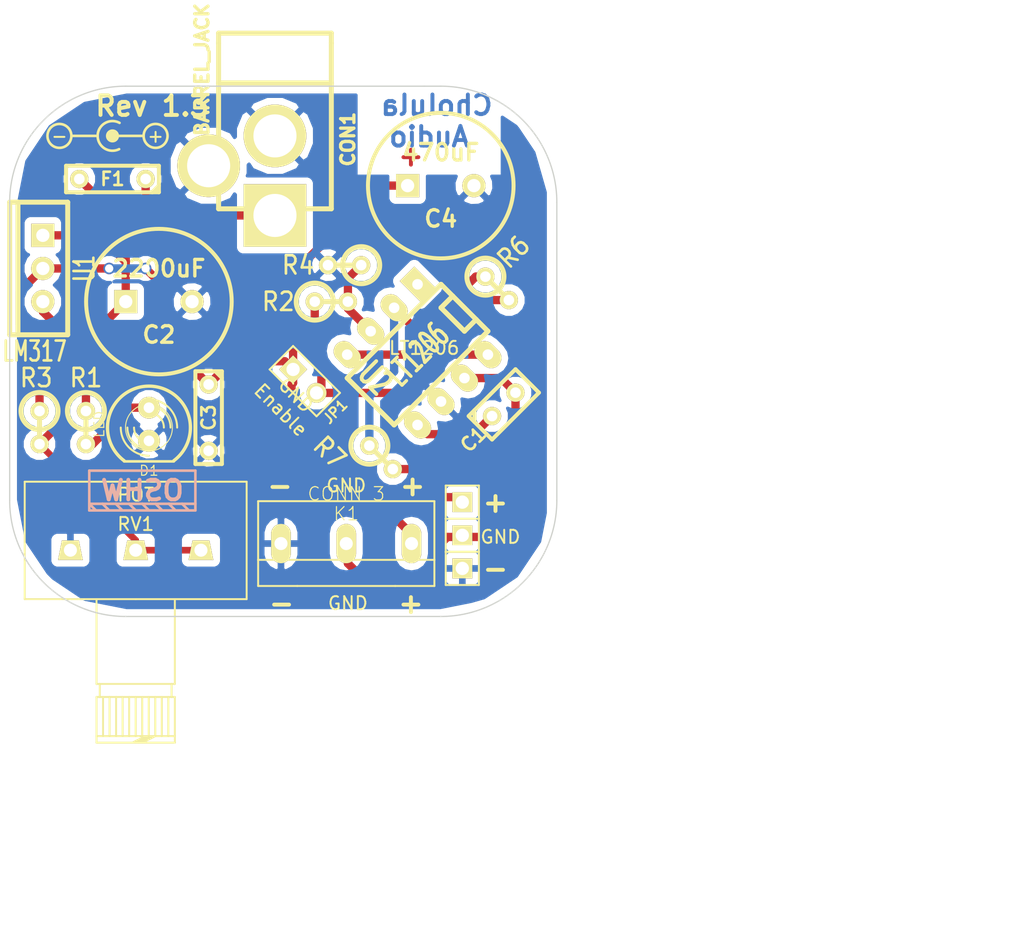
<source format=kicad_pcb>
(kicad_pcb (version 3) (host pcbnew "(2013-07-07 BZR 4022)-stable")

  (general
    (links 36)
    (no_connects 0)
    (area 119.6467 58.738912 202.563999 134.78)
    (thickness 1.6)
    (drawings 50)
    (tracks 90)
    (zones 0)
    (modules 21)
    (nets 13)
  )

  (page A)
  (title_block 
    (title "Power supply")
    (rev 1.2)
    (company "Cholula Audio")
    (comment 1 "By Diego Rosales")
  )

  (layers
    (15 F.Cu signal)
    (0 B.Cu signal)
    (16 B.Adhes user)
    (17 F.Adhes user)
    (18 B.Paste user)
    (19 F.Paste user)
    (20 B.SilkS user)
    (21 F.SilkS user)
    (22 B.Mask user)
    (23 F.Mask user)
    (24 Dwgs.User user)
    (25 Cmts.User user)
    (26 Eco1.User user)
    (27 Eco2.User user)
    (28 Edge.Cuts user)
  )

  (setup
    (last_trace_width 0.508)
    (user_trace_width 0.254)
    (user_trace_width 0.3048)
    (user_trace_width 0.381)
    (user_trace_width 0.4318)
    (user_trace_width 0.508)
    (user_trace_width 0.635)
    (user_trace_width 0.6858)
    (user_trace_width 0.762)
    (trace_clearance 0.2032)
    (zone_clearance 0.508)
    (zone_45_only no)
    (trace_min 0.2032)
    (segment_width 0.2)
    (edge_width 0.1)
    (via_size 0.889)
    (via_drill 0.635)
    (via_min_size 0.889)
    (via_min_drill 0.508)
    (uvia_size 0.508)
    (uvia_drill 0.127)
    (uvias_allowed no)
    (uvia_min_size 0.508)
    (uvia_min_drill 0.127)
    (pcb_text_width 0.3)
    (pcb_text_size 1.5 1.5)
    (mod_edge_width 0.15)
    (mod_text_size 1 1)
    (mod_text_width 0.15)
    (pad_size 4.8006 4.8006)
    (pad_drill 3.3)
    (pad_to_mask_clearance 0)
    (aux_axis_origin 0 0)
    (visible_elements 7FFF7FFF)
    (pcbplotparams
      (layerselection 284196865)
      (usegerberextensions true)
      (excludeedgelayer true)
      (linewidth 0.150000)
      (plotframeref false)
      (viasonmask false)
      (mode 1)
      (useauxorigin false)
      (hpglpennumber 1)
      (hpglpenspeed 20)
      (hpglpendiameter 15)
      (hpglpenoverlay 2)
      (psnegative false)
      (psa4output false)
      (plotreference true)
      (plotvalue false)
      (plotothertext true)
      (plotinvisibletext false)
      (padsonsilk false)
      (subtractmaskfromsilk false)
      (outputformat 1)
      (mirror false)
      (drillshape 0)
      (scaleselection 1)
      (outputdirectory Gerbers/))
  )

  (net 0 "")
  (net 1 /V+)
  (net 2 /V-)
  (net 3 /Vreg)
  (net 4 GND)
  (net 5 N-000001)
  (net 6 N-0000011)
  (net 7 N-0000012)
  (net 8 N-000002)
  (net 9 N-000004)
  (net 10 N-000005)
  (net 11 N-000007)
  (net 12 N-000009)

  (net_class Default "This is the default net class."
    (clearance 0.2032)
    (trace_width 0.2032)
    (via_dia 0.889)
    (via_drill 0.635)
    (uvia_dia 0.508)
    (uvia_drill 0.127)
    (add_net "")
    (add_net /V+)
    (add_net /V-)
    (add_net /Vreg)
    (add_net GND)
    (add_net N-000001)
    (add_net N-0000011)
    (add_net N-0000012)
    (add_net N-000002)
    (add_net N-000004)
    (add_net N-000005)
    (add_net N-000007)
    (add_net N-000009)
  )

  (module PINHEAD1-3 (layer F.Cu) (tedit 53C079D4) (tstamp 53C06BEF)
    (at 146.685 101.6 180)
    (path /53C064BB)
    (attr virtual)
    (fp_text reference K1 (at 0 2.286 180) (layer F.SilkS)
      (effects (font (size 1.016 1.016) (thickness 0.0889)))
    )
    (fp_text value CONN_3 (at 0 3.81 180) (layer F.SilkS)
      (effects (font (size 1.016 1.016) (thickness 0.0889)))
    )
    (fp_line (start -3.75 -1.25) (end 3.75 -1.25) (layer F.SilkS) (width 0.15))
    (fp_line (start -3.75 -3.25) (end 3.75 -3.25) (layer F.SilkS) (width 0.15))
    (fp_line (start 3.75 -3.25) (end 6.75 -3.25) (layer F.SilkS) (width 0.15))
    (fp_line (start 6.75 -3.25) (end 6.75 -1.25) (layer F.SilkS) (width 0.15))
    (fp_line (start -6.75 -1.25) (end -6.75 -3.25) (layer F.SilkS) (width 0.15))
    (fp_line (start -6.75 -3.25) (end -3.75 -3.25) (layer F.SilkS) (width 0.15))
    (fp_line (start 3.75 -1.25) (end 6.75 -1.25) (layer F.SilkS) (width 0.15))
    (fp_line (start 6.75 -1.25) (end 6.75 3.25) (layer F.SilkS) (width 0.15))
    (fp_line (start 6.75 3.25) (end -6.75 3.25) (layer F.SilkS) (width 0.15))
    (fp_line (start -6.75 3.25) (end -6.75 -1.25) (layer F.SilkS) (width 0.15))
    (fp_line (start -6.75 -1.25) (end -3.75 -1.25) (layer F.SilkS) (width 0.15))
    (pad 1 thru_hole oval (at -5 0 180) (size 1.50622 3.01498) (drill 0.99822)
      (layers *.Cu F.Paste F.SilkS F.Mask)
      (net 3 /Vreg)
    )
    (pad 2 thru_hole oval (at 0 0 180) (size 1.50622 3.01498) (drill 0.99822)
      (layers *.Cu F.Paste F.SilkS F.Mask)
      (net 4 GND)
    )
    (pad 3 thru_hole oval (at 5 0 180) (size 1.50622 3.01498) (drill 0.99822)
      (layers *.Cu F.Paste F.SilkS F.Mask)
      (net 2 /V-)
    )
  )

  (module TO220_VERT (layer F.Cu) (tedit 43A66C96) (tstamp 53C06BDF)
    (at 123.444 80.518 180)
    (descr "Regulateur TO220 serie LM78xx")
    (tags "TR TO220")
    (path /53C05352)
    (fp_text reference U1 (at -3.175 0 270) (layer F.SilkS)
      (effects (font (size 1.524 1.016) (thickness 0.2032)))
    )
    (fp_text value LM317 (at 0.635 -6.35 180) (layer F.SilkS)
      (effects (font (size 1.524 1.016) (thickness 0.2032)))
    )
    (fp_line (start 1.905 -5.08) (end 2.54 -5.08) (layer F.SilkS) (width 0.381))
    (fp_line (start 2.54 -5.08) (end 2.54 5.08) (layer F.SilkS) (width 0.381))
    (fp_line (start 2.54 5.08) (end 1.905 5.08) (layer F.SilkS) (width 0.381))
    (fp_line (start -1.905 -5.08) (end 1.905 -5.08) (layer F.SilkS) (width 0.381))
    (fp_line (start 1.905 -5.08) (end 1.905 5.08) (layer F.SilkS) (width 0.381))
    (fp_line (start 1.905 5.08) (end -1.905 5.08) (layer F.SilkS) (width 0.381))
    (fp_line (start -1.905 5.08) (end -1.905 -5.08) (layer F.SilkS) (width 0.381))
    (pad 2 thru_hole circle (at 0 -2.54 180) (size 1.778 1.778) (drill 1.016)
      (layers *.Cu *.Mask F.SilkS)
      (net 6 N-0000011)
    )
    (pad 3 thru_hole circle (at 0 0 180) (size 1.778 1.778) (drill 1.016)
      (layers *.Cu *.Mask F.SilkS)
      (net 3 /Vreg)
    )
    (pad 1 thru_hole rect (at 0 2.54 180) (size 1.778 1.778) (drill 1.016)
      (layers *.Cu *.Mask F.SilkS)
      (net 7 N-0000012)
    )
  )

  (module R1 (layer F.Cu) (tedit 53C0B5FF) (tstamp 53C06BF7)
    (at 158.242 82.042 315)
    (descr "Resistance verticale")
    (tags R)
    (path /53C05E45)
    (autoplace_cost90 10)
    (autoplace_cost180 10)
    (fp_text reference R6 (at -1.077631 -2.873682 405) (layer F.SilkS)
      (effects (font (size 1.397 1.27) (thickness 0.2032)))
    )
    (fp_text value 22k (at -1.143 2.54 315) (layer F.SilkS) hide
      (effects (font (size 1.397 1.27) (thickness 0.2032)))
    )
    (fp_line (start -1.27 0) (end 1.27 0) (layer F.SilkS) (width 0.381))
    (fp_circle (center -1.27 0) (end -0.635 1.27) (layer F.SilkS) (width 0.381))
    (pad 1 thru_hole circle (at -1.27 0 315) (size 1.397 1.397) (drill 0.8128)
      (layers *.Cu *.Mask F.SilkS)
      (net 11 N-000007)
    )
    (pad 2 thru_hole circle (at 1.27 0 315) (size 1.397 1.397) (drill 0.8128)
      (layers *.Cu *.Mask F.SilkS)
      (net 8 N-000002)
    )
    (model discret/verti_resistor.wrl
      (at (xyz 0 0 0))
      (scale (xyz 1 1 1))
      (rotate (xyz 0 0 0))
    )
  )

  (module R1 (layer F.Cu) (tedit 541652E9) (tstamp 53C06BFF)
    (at 149.352 94.996 315)
    (descr "Resistance verticale")
    (tags R)
    (path /53C05DCE)
    (autoplace_cost90 10)
    (autoplace_cost180 10)
    (fp_text reference R7 (at -3.053287 2.514472 315) (layer F.SilkS)
      (effects (font (size 1.397 1.27) (thickness 0.2032)))
    )
    (fp_text value 1k (at -1.143 2.54 315) (layer F.SilkS) hide
      (effects (font (size 1.397 1.27) (thickness 0.2032)))
    )
    (fp_line (start -1.27 0) (end 1.27 0) (layer F.SilkS) (width 0.381))
    (fp_circle (center -1.27 0) (end -0.635 1.27) (layer F.SilkS) (width 0.381))
    (pad 1 thru_hole circle (at -1.27 0 315) (size 1.397 1.397) (drill 0.8128)
      (layers *.Cu *.Mask F.SilkS)
      (net 11 N-000007)
    )
    (pad 2 thru_hole circle (at 1.27 0 315) (size 1.397 1.397) (drill 0.8128)
      (layers *.Cu *.Mask F.SilkS)
      (net 4 GND)
    )
    (model discret/verti_resistor.wrl
      (at (xyz 0 0 0))
      (scale (xyz 1 1 1))
      (rotate (xyz 0 0 0))
    )
  )

  (module R1 (layer F.Cu) (tedit 53C0B5F9) (tstamp 53C06C17)
    (at 146.558 80.264 180)
    (descr "Resistance verticale")
    (tags R)
    (path /53C057D7)
    (autoplace_cost90 10)
    (autoplace_cost180 10)
    (fp_text reference R4 (at 3.556 0 180) (layer F.SilkS)
      (effects (font (size 1.397 1.27) (thickness 0.2032)))
    )
    (fp_text value 10k (at -1.143 2.54 180) (layer F.SilkS) hide
      (effects (font (size 1.397 1.27) (thickness 0.2032)))
    )
    (fp_line (start -1.27 0) (end 1.27 0) (layer F.SilkS) (width 0.381))
    (fp_circle (center -1.27 0) (end -0.635 1.27) (layer F.SilkS) (width 0.381))
    (pad 1 thru_hole circle (at -1.27 0 180) (size 1.397 1.397) (drill 0.8128)
      (layers *.Cu *.Mask F.SilkS)
      (net 5 N-000001)
    )
    (pad 2 thru_hole circle (at 1.27 0 180) (size 1.397 1.397) (drill 0.8128)
      (layers *.Cu *.Mask F.SilkS)
      (net 2 /V-)
    )
    (model discret/verti_resistor.wrl
      (at (xyz 0 0 0))
      (scale (xyz 1 1 1))
      (rotate (xyz 0 0 0))
    )
  )

  (module R1 (layer F.Cu) (tedit 53C0B5F5) (tstamp 53C06C1F)
    (at 145.542 83.058)
    (descr "Resistance verticale")
    (tags R)
    (path /53C057AD)
    (autoplace_cost90 10)
    (autoplace_cost180 10)
    (fp_text reference R2 (at -4.064 0) (layer F.SilkS)
      (effects (font (size 1.397 1.27) (thickness 0.2032)))
    )
    (fp_text value 10k (at -1.143 2.54) (layer F.SilkS) hide
      (effects (font (size 1.397 1.27) (thickness 0.2032)))
    )
    (fp_line (start -1.27 0) (end 1.27 0) (layer F.SilkS) (width 0.381))
    (fp_circle (center -1.27 0) (end -0.635 1.27) (layer F.SilkS) (width 0.381))
    (pad 1 thru_hole circle (at -1.27 0) (size 1.397 1.397) (drill 0.8128)
      (layers *.Cu *.Mask F.SilkS)
      (net 9 N-000004)
    )
    (pad 2 thru_hole circle (at 1.27 0) (size 1.397 1.397) (drill 0.8128)
      (layers *.Cu *.Mask F.SilkS)
      (net 5 N-000001)
    )
    (model discret/verti_resistor.wrl
      (at (xyz 0 0 0))
      (scale (xyz 1 1 1))
      (rotate (xyz 0 0 0))
    )
  )

  (module R1 (layer F.Cu) (tedit 53C07C61) (tstamp 53C06C27)
    (at 123.19 92.71 270)
    (descr "Resistance verticale")
    (tags R)
    (path /53C0538D)
    (autoplace_cost90 10)
    (autoplace_cost180 10)
    (fp_text reference R3 (at -3.81 0.254 360) (layer F.SilkS)
      (effects (font (size 1.397 1.27) (thickness 0.2032)))
    )
    (fp_text value 240 (at -1.143 2.54 270) (layer F.SilkS) hide
      (effects (font (size 1.397 1.27) (thickness 0.2032)))
    )
    (fp_line (start -1.27 0) (end 1.27 0) (layer F.SilkS) (width 0.381))
    (fp_circle (center -1.27 0) (end -0.635 1.27) (layer F.SilkS) (width 0.381))
    (pad 1 thru_hole circle (at -1.27 0 270) (size 1.397 1.397) (drill 0.8128)
      (layers *.Cu *.Mask F.SilkS)
      (net 3 /Vreg)
    )
    (pad 2 thru_hole circle (at 1.27 0 270) (size 1.397 1.397) (drill 0.8128)
      (layers *.Cu *.Mask F.SilkS)
      (net 6 N-0000011)
    )
    (model discret/verti_resistor.wrl
      (at (xyz 0 0 0))
      (scale (xyz 1 1 1))
      (rotate (xyz 0 0 0))
    )
  )

  (module R1 (layer F.Cu) (tedit 53C07C5D) (tstamp 53C06C2F)
    (at 126.746 92.71 270)
    (descr "Resistance verticale")
    (tags R)
    (path /53C0530E)
    (autoplace_cost90 10)
    (autoplace_cost180 10)
    (fp_text reference R1 (at -3.81 0 360) (layer F.SilkS)
      (effects (font (size 1.397 1.27) (thickness 0.2032)))
    )
    (fp_text value 2.2k (at -1.143 2.54 270) (layer F.SilkS) hide
      (effects (font (size 1.397 1.27) (thickness 0.2032)))
    )
    (fp_line (start -1.27 0) (end 1.27 0) (layer F.SilkS) (width 0.381))
    (fp_circle (center -1.27 0) (end -0.635 1.27) (layer F.SilkS) (width 0.381))
    (pad 1 thru_hole circle (at -1.27 0 270) (size 1.397 1.397) (drill 0.8128)
      (layers *.Cu *.Mask F.SilkS)
      (net 7 N-0000012)
    )
    (pad 2 thru_hole circle (at 1.27 0 270) (size 1.397 1.397) (drill 0.8128)
      (layers *.Cu *.Mask F.SilkS)
      (net 12 N-000009)
    )
    (model discret/verti_resistor.wrl
      (at (xyz 0 0 0))
      (scale (xyz 1 1 1))
      (rotate (xyz 0 0 0))
    )
  )

  (module PIN_ARRAY_1 (layer F.Cu) (tedit 53C073D2) (tstamp 53C06C38)
    (at 155.575 98.425)
    (descr "1 pin")
    (tags "CONN DEV")
    (path /53C06BAC)
    (fp_text reference TP1 (at 0 -1.905) (layer F.SilkS) hide
      (effects (font (size 0.762 0.762) (thickness 0.1524)))
    )
    (fp_text value CONN_1 (at 0 -1.905) (layer F.SilkS) hide
      (effects (font (size 0.762 0.762) (thickness 0.1524)))
    )
    (fp_line (start 1.27 1.27) (end -1.27 1.27) (layer F.SilkS) (width 0.1524))
    (fp_line (start -1.27 -1.27) (end 1.27 -1.27) (layer F.SilkS) (width 0.1524))
    (fp_line (start -1.27 1.27) (end -1.27 -1.27) (layer F.SilkS) (width 0.1524))
    (fp_line (start 1.27 -1.27) (end 1.27 1.27) (layer F.SilkS) (width 0.1524))
    (pad 1 thru_hole rect (at 0 0) (size 1.524 1.524) (drill 1.016)
      (layers *.Cu *.Mask F.SilkS)
      (net 3 /Vreg)
    )
    (model pin_array\pin_1.wrl
      (at (xyz 0 0 0))
      (scale (xyz 1 1 1))
      (rotate (xyz 0 0 0))
    )
  )

  (module PIN_ARRAY_1 (layer F.Cu) (tedit 53C073CF) (tstamp 53C06C41)
    (at 155.575 100.965)
    (descr "1 pin")
    (tags "CONN DEV")
    (path /53C06C17)
    (fp_text reference TP2 (at 0 -1.905) (layer F.SilkS) hide
      (effects (font (size 0.762 0.762) (thickness 0.1524)))
    )
    (fp_text value CONN_1 (at 0 -1.905) (layer F.SilkS) hide
      (effects (font (size 0.762 0.762) (thickness 0.1524)))
    )
    (fp_line (start 1.27 1.27) (end -1.27 1.27) (layer F.SilkS) (width 0.1524))
    (fp_line (start -1.27 -1.27) (end 1.27 -1.27) (layer F.SilkS) (width 0.1524))
    (fp_line (start -1.27 1.27) (end -1.27 -1.27) (layer F.SilkS) (width 0.1524))
    (fp_line (start 1.27 -1.27) (end 1.27 1.27) (layer F.SilkS) (width 0.1524))
    (pad 1 thru_hole rect (at 0 0) (size 1.524 1.524) (drill 1.016)
      (layers *.Cu *.Mask F.SilkS)
      (net 4 GND)
    )
    (model pin_array\pin_1.wrl
      (at (xyz 0 0 0))
      (scale (xyz 1 1 1))
      (rotate (xyz 0 0 0))
    )
  )

  (module PIN_ARRAY_1 (layer F.Cu) (tedit 53C073C8) (tstamp 53C06C4A)
    (at 155.575 103.505)
    (descr "1 pin")
    (tags "CONN DEV")
    (path /53C06C6E)
    (fp_text reference TP3 (at 0 -1.905) (layer F.SilkS) hide
      (effects (font (size 0.762 0.762) (thickness 0.1524)))
    )
    (fp_text value CONN_1 (at 0 -1.905) (layer F.SilkS) hide
      (effects (font (size 0.762 0.762) (thickness 0.1524)))
    )
    (fp_line (start 1.27 1.27) (end -1.27 1.27) (layer F.SilkS) (width 0.1524))
    (fp_line (start -1.27 -1.27) (end 1.27 -1.27) (layer F.SilkS) (width 0.1524))
    (fp_line (start -1.27 1.27) (end -1.27 -1.27) (layer F.SilkS) (width 0.1524))
    (fp_line (start 1.27 -1.27) (end 1.27 1.27) (layer F.SilkS) (width 0.1524))
    (pad 1 thru_hole rect (at 0 0) (size 1.524 1.524) (drill 1.016)
      (layers *.Cu *.Mask F.SilkS)
      (net 2 /V-)
    )
    (model pin_array\pin_1.wrl
      (at (xyz 0 0 0))
      (scale (xyz 1 1 1))
      (rotate (xyz 0 0 0))
    )
  )

  (module LED-5MM (layer F.Cu) (tedit 53C07C66) (tstamp 53C06C59)
    (at 131.572 92.456 270)
    (descr "LED 5mm - Lead pitch 100mil (2,54mm)")
    (tags "LED led 5mm 5MM 100mil 2,54mm")
    (path /53C05322)
    (fp_text reference D1 (at 3.556 0 360) (layer F.SilkS)
      (effects (font (size 0.762 0.762) (thickness 0.0889)))
    )
    (fp_text value LED (at 0 3.81 270) (layer F.SilkS)
      (effects (font (size 0.762 0.762) (thickness 0.0889)))
    )
    (fp_line (start 2.8448 1.905) (end 2.8448 -1.905) (layer F.SilkS) (width 0.2032))
    (fp_circle (center 0.254 0) (end -1.016 1.27) (layer F.SilkS) (width 0.0762))
    (fp_arc (start 0.254 0) (end 2.794 1.905) (angle 286.2) (layer F.SilkS) (width 0.254))
    (fp_arc (start 0.254 0) (end -0.889 0) (angle 90) (layer F.SilkS) (width 0.1524))
    (fp_arc (start 0.254 0) (end 1.397 0) (angle 90) (layer F.SilkS) (width 0.1524))
    (fp_arc (start 0.254 0) (end -1.397 0) (angle 90) (layer F.SilkS) (width 0.1524))
    (fp_arc (start 0.254 0) (end 1.905 0) (angle 90) (layer F.SilkS) (width 0.1524))
    (fp_arc (start 0.254 0) (end -1.905 0) (angle 90) (layer F.SilkS) (width 0.1524))
    (fp_arc (start 0.254 0) (end 2.413 0) (angle 90) (layer F.SilkS) (width 0.1524))
    (pad 1 thru_hole circle (at -1.27 0 270) (size 1.6764 1.6764) (drill 0.8128)
      (layers *.Cu *.Mask F.SilkS)
      (net 12 N-000009)
    )
    (pad 2 thru_hole circle (at 1.27 0 270) (size 1.6764 1.6764) (drill 0.8128)
      (layers *.Cu *.Mask F.SilkS)
      (net 2 /V-)
    )
    (model discret/leds/led5_vertical_verde.wrl
      (at (xyz 0 0 0))
      (scale (xyz 1 1 1))
      (rotate (xyz 0 0 0))
    )
  )

  (module JACK_ALIM (layer F.Cu) (tedit 5416527A) (tstamp 53C06C67)
    (at 141.224 70.358 270)
    (descr "module 1 pin (ou trou mecanique de percage)")
    (tags "CONN JACK")
    (path /53C05FBD)
    (fp_text reference CON1 (at 0.254 -5.588 270) (layer F.SilkS)
      (effects (font (size 1.016 1.016) (thickness 0.254)))
    )
    (fp_text value BARREL_JACK (at -5.08 5.588 270) (layer F.SilkS)
      (effects (font (size 1.016 1.016) (thickness 0.254)))
    )
    (fp_line (start -7.112 -4.318) (end -7.874 -4.318) (layer F.SilkS) (width 0.381))
    (fp_line (start -7.874 -4.318) (end -7.874 4.318) (layer F.SilkS) (width 0.381))
    (fp_line (start -7.874 4.318) (end -7.112 4.318) (layer F.SilkS) (width 0.381))
    (fp_line (start -4.064 -4.318) (end -4.064 4.318) (layer F.SilkS) (width 0.381))
    (fp_line (start 5.588 -4.318) (end 5.588 4.318) (layer F.SilkS) (width 0.381))
    (fp_line (start -7.112 4.318) (end 5.588 4.318) (layer F.SilkS) (width 0.381))
    (fp_line (start -7.112 -4.318) (end 5.588 -4.318) (layer F.SilkS) (width 0.381))
    (pad 2 thru_hole circle (at 0 0 270) (size 4.8006 4.8006) (drill 3.3)
      (layers *.Cu *.Mask F.SilkS)
      (net 2 /V-)
    )
    (pad 1 thru_hole rect (at 6.096 0 270) (size 4.8006 4.8006) (drill 3.3)
      (layers *.Cu *.Mask F.SilkS)
      (net 1 /V+)
    )
    (pad 3 thru_hole circle (at 2.286 5.08 270) (size 4.8006 4.8006) (drill 3.3)
      (layers *.Cu *.Mask F.SilkS)
      (net 2 /V-)
    )
    (model connectors/POWER_21.wrl
      (at (xyz 0 0 0))
      (scale (xyz 0.8 0.8 0.8))
      (rotate (xyz 0 0 0))
    )
  )

  (module DIP-8__300_ELL (layer F.Cu) (tedit 53C076C2) (tstamp 53C06C7A)
    (at 152.146 87.122 225)
    (descr "8 pins DIL package, elliptical pads")
    (tags DIL)
    (path /53C05C29)
    (fp_text reference U2 (at 3.556 1.016 315) (layer F.SilkS)
      (effects (font (size 1.778 1.143) (thickness 0.3048)))
    )
    (fp_text value LT1206 (at 0 0 225) (layer F.SilkS)
      (effects (font (size 1.778 1.016) (thickness 0.3048)))
    )
    (fp_line (start -5.08 -1.27) (end -3.81 -1.27) (layer F.SilkS) (width 0.381))
    (fp_line (start -3.81 -1.27) (end -3.81 1.27) (layer F.SilkS) (width 0.381))
    (fp_line (start -3.81 1.27) (end -5.08 1.27) (layer F.SilkS) (width 0.381))
    (fp_line (start -5.08 -2.54) (end 5.08 -2.54) (layer F.SilkS) (width 0.381))
    (fp_line (start 5.08 -2.54) (end 5.08 2.54) (layer F.SilkS) (width 0.381))
    (fp_line (start 5.08 2.54) (end -5.08 2.54) (layer F.SilkS) (width 0.381))
    (fp_line (start -5.08 2.54) (end -5.08 -2.54) (layer F.SilkS) (width 0.381))
    (pad 1 thru_hole rect (at -3.81 3.81 225) (size 1.5748 2.286) (drill 0.8128)
      (layers *.Cu *.Mask F.SilkS)
    )
    (pad 2 thru_hole oval (at -1.27 3.81 225) (size 1.5748 2.286) (drill 0.8128)
      (layers *.Cu *.Mask F.SilkS)
      (net 11 N-000007)
    )
    (pad 3 thru_hole oval (at 1.27 3.81 225) (size 1.5748 2.286) (drill 0.8128)
      (layers *.Cu *.Mask F.SilkS)
      (net 5 N-000001)
    )
    (pad 4 thru_hole oval (at 3.81 3.81 225) (size 1.5748 2.286) (drill 0.8128)
      (layers *.Cu *.Mask F.SilkS)
      (net 8 N-000002)
    )
    (pad 5 thru_hole oval (at 3.81 -3.81 225) (size 1.5748 2.286) (drill 0.8128)
      (layers *.Cu *.Mask F.SilkS)
      (net 10 N-000005)
    )
    (pad 6 thru_hole oval (at 1.27 -3.81 225) (size 1.5748 2.286) (drill 0.8128)
      (layers *.Cu *.Mask F.SilkS)
      (net 2 /V-)
    )
    (pad 7 thru_hole oval (at -1.27 -3.81 225) (size 1.5748 2.286) (drill 0.8128)
      (layers *.Cu *.Mask F.SilkS)
      (net 4 GND)
    )
    (pad 8 thru_hole oval (at -3.81 -3.81 225) (size 1.5748 2.286) (drill 0.8128)
      (layers *.Cu *.Mask F.SilkS)
      (net 9 N-000004)
    )
    (model dil/dil_8.wrl
      (at (xyz 0 0 0))
      (scale (xyz 1 1 1))
      (rotate (xyz 0 0 0))
    )
  )

  (module C2V10 (layer F.Cu) (tedit 41854742) (tstamp 53C06C81)
    (at 132.334 83.058)
    (descr "Condensateur polarise")
    (tags CP)
    (path /53C052C2)
    (fp_text reference C2 (at 0 2.54) (layer F.SilkS)
      (effects (font (size 1.27 1.27) (thickness 0.254)))
    )
    (fp_text value 2200uF (at 0 -2.54) (layer F.SilkS)
      (effects (font (size 1.27 1.27) (thickness 0.254)))
    )
    (fp_circle (center 0 0) (end 4.826 -2.794) (layer F.SilkS) (width 0.3048))
    (pad 1 thru_hole rect (at -2.54 0) (size 1.778 1.778) (drill 1.016)
      (layers *.Cu *.Mask F.SilkS)
      (net 7 N-0000012)
    )
    (pad 2 thru_hole circle (at 2.54 0) (size 1.778 1.778) (drill 1.016)
      (layers *.Cu *.Mask F.SilkS)
      (net 2 /V-)
    )
    (model discret/c_vert_c2v10.wrl
      (at (xyz 0 0 0))
      (scale (xyz 1 1 1))
      (rotate (xyz 0 0 0))
    )
  )

  (module C2V10 (layer F.Cu) (tedit 41854742) (tstamp 53C06C88)
    (at 153.924 74.168)
    (descr "Condensateur polarise")
    (tags CP)
    (path /53C053DF)
    (fp_text reference C4 (at 0 2.54) (layer F.SilkS)
      (effects (font (size 1.27 1.27) (thickness 0.254)))
    )
    (fp_text value 470uF (at 0 -2.54) (layer F.SilkS)
      (effects (font (size 1.27 1.27) (thickness 0.254)))
    )
    (fp_circle (center 0 0) (end 4.826 -2.794) (layer F.SilkS) (width 0.3048))
    (pad 1 thru_hole rect (at -2.54 0) (size 1.778 1.778) (drill 1.016)
      (layers *.Cu *.Mask F.SilkS)
      (net 3 /Vreg)
    )
    (pad 2 thru_hole circle (at 2.54 0) (size 1.778 1.778) (drill 1.016)
      (layers *.Cu *.Mask F.SilkS)
      (net 2 /V-)
    )
    (model discret/c_vert_c2v10.wrl
      (at (xyz 0 0 0))
      (scale (xyz 1 1 1))
      (rotate (xyz 0 0 0))
    )
  )

  (module C2 (layer F.Cu) (tedit 53C0776B) (tstamp 53C06C93)
    (at 128.778 73.66 180)
    (descr "Condensateur = 2 pas")
    (tags C)
    (path /53C054EB)
    (fp_text reference F1 (at 0 0 180) (layer F.SilkS)
      (effects (font (size 1.016 1.016) (thickness 0.2032)))
    )
    (fp_text value 1812L150/24MR (at 0 0 180) (layer F.SilkS) hide
      (effects (font (size 1.016 1.016) (thickness 0.2032)))
    )
    (fp_line (start -3.556 -1.016) (end 3.556 -1.016) (layer F.SilkS) (width 0.3048))
    (fp_line (start 3.556 -1.016) (end 3.556 1.016) (layer F.SilkS) (width 0.3048))
    (fp_line (start 3.556 1.016) (end -3.556 1.016) (layer F.SilkS) (width 0.3048))
    (fp_line (start -3.556 1.016) (end -3.556 -1.016) (layer F.SilkS) (width 0.3048))
    (fp_line (start -3.556 -0.508) (end -3.048 -1.016) (layer F.SilkS) (width 0.3048))
    (pad 1 thru_hole circle (at -2.54 0 180) (size 1.397 1.397) (drill 0.8128)
      (layers *.Cu *.Mask F.SilkS)
      (net 1 /V+)
    )
    (pad 2 thru_hole circle (at 2.54 0 180) (size 1.397 1.397) (drill 0.8128)
      (layers *.Cu *.Mask F.SilkS)
      (net 7 N-0000012)
    )
    (model discret/capa_2pas_5x5mm.wrl
      (at (xyz 0 0 0))
      (scale (xyz 1 1 1))
      (rotate (xyz 0 0 0))
    )
  )

  (module C2 (layer F.Cu) (tedit 200000) (tstamp 53C06C9E)
    (at 136.144 91.948 270)
    (descr "Condensateur = 2 pas")
    (tags C)
    (path /53C053D2)
    (fp_text reference C3 (at 0 0 270) (layer F.SilkS)
      (effects (font (size 1.016 1.016) (thickness 0.2032)))
    )
    (fp_text value 0.1uF (at 0 0 270) (layer F.SilkS) hide
      (effects (font (size 1.016 1.016) (thickness 0.2032)))
    )
    (fp_line (start -3.556 -1.016) (end 3.556 -1.016) (layer F.SilkS) (width 0.3048))
    (fp_line (start 3.556 -1.016) (end 3.556 1.016) (layer F.SilkS) (width 0.3048))
    (fp_line (start 3.556 1.016) (end -3.556 1.016) (layer F.SilkS) (width 0.3048))
    (fp_line (start -3.556 1.016) (end -3.556 -1.016) (layer F.SilkS) (width 0.3048))
    (fp_line (start -3.556 -0.508) (end -3.048 -1.016) (layer F.SilkS) (width 0.3048))
    (pad 1 thru_hole circle (at -2.54 0 270) (size 1.397 1.397) (drill 0.8128)
      (layers *.Cu *.Mask F.SilkS)
      (net 3 /Vreg)
    )
    (pad 2 thru_hole circle (at 2.54 0 270) (size 1.397 1.397) (drill 0.8128)
      (layers *.Cu *.Mask F.SilkS)
      (net 2 /V-)
    )
    (model discret/capa_2pas_5x5mm.wrl
      (at (xyz 0 0 0))
      (scale (xyz 1 1 1))
      (rotate (xyz 0 0 0))
    )
  )

  (module C1 (layer F.Cu) (tedit 53C07D0E) (tstamp 53C06CB4)
    (at 158.75 90.932 45)
    (descr "Condensateur e = 1 pas")
    (tags C)
    (path /53C05CB0)
    (fp_text reference C1 (at -3.556 0.254 45) (layer F.SilkS)
      (effects (font (size 1.016 1.016) (thickness 0.2032)))
    )
    (fp_text value 0.01uF (at 0 -2.286 45) (layer F.SilkS) hide
      (effects (font (size 1.016 1.016) (thickness 0.2032)))
    )
    (fp_line (start -2.4892 -1.27) (end 2.54 -1.27) (layer F.SilkS) (width 0.3048))
    (fp_line (start 2.54 -1.27) (end 2.54 1.27) (layer F.SilkS) (width 0.3048))
    (fp_line (start 2.54 1.27) (end -2.54 1.27) (layer F.SilkS) (width 0.3048))
    (fp_line (start -2.54 1.27) (end -2.54 -1.27) (layer F.SilkS) (width 0.3048))
    (fp_line (start -2.54 -0.635) (end -1.905 -1.27) (layer F.SilkS) (width 0.3048))
    (pad 1 thru_hole circle (at -1.27 0 45) (size 1.397 1.397) (drill 0.8128)
      (layers *.Cu *.Mask F.SilkS)
      (net 10 N-000005)
    )
    (pad 2 thru_hole circle (at 1.27 0 45) (size 1.397 1.397) (drill 0.8128)
      (layers *.Cu *.Mask F.SilkS)
      (net 4 GND)
    )
    (model discret/capa_1_pas.wrl
      (at (xyz 0 0 0))
      (scale (xyz 1 1 1))
      (rotate (xyz 0 0 0))
    )
  )

  (module Pot_5mm_1 (layer F.Cu) (tedit 53C07A94) (tstamp 53C06CA9)
    (at 130.556 102.108)
    (path /53C05377)
    (fp_text reference RV1 (at 0 -2) (layer F.SilkS)
      (effects (font (size 1 1) (thickness 0.15)))
    )
    (fp_text value POT (at 0 -4.25) (layer F.SilkS)
      (effects (font (size 1 1) (thickness 0.15)))
    )
    (fp_line (start 2.5 14.25) (end 2.5 11.25) (layer F.SilkS) (width 0.15))
    (fp_line (start 2 14.25) (end 2 11.25) (layer F.SilkS) (width 0.15))
    (fp_line (start 1.5 14.25) (end 1.5 11.25) (layer F.SilkS) (width 0.15))
    (fp_line (start 1 14.25) (end 1 11.25) (layer F.SilkS) (width 0.15))
    (fp_line (start 0.5 14.25) (end 0.5 11.25) (layer F.SilkS) (width 0.15))
    (fp_line (start 0 14.25) (end 0 11.25) (layer F.SilkS) (width 0.15))
    (fp_line (start -0.5 14.25) (end -0.5 11.25) (layer F.SilkS) (width 0.15))
    (fp_line (start -1 11.25) (end -1 14.25) (layer F.SilkS) (width 0.15))
    (fp_line (start -1.5 11.25) (end -1.5 14.25) (layer F.SilkS) (width 0.15))
    (fp_line (start -2 11.25) (end -2 14.25) (layer F.SilkS) (width 0.15))
    (fp_line (start -2.5 11.25) (end -2.5 14.25) (layer F.SilkS) (width 0.15))
    (fp_line (start 3 10.25) (end 3 3.75) (layer F.SilkS) (width 0.15))
    (fp_line (start 3 11.25) (end 3 14.75) (layer F.SilkS) (width 0.15))
    (fp_line (start -3 11.25) (end -3 14.75) (layer F.SilkS) (width 0.15))
    (fp_line (start -3 10.25) (end -3 3.75) (layer F.SilkS) (width 0.15))
    (fp_line (start -2.75 10.25) (end -2.75 11.25) (layer F.SilkS) (width 0.15))
    (fp_line (start 2.75 10.25) (end 2.75 11.25) (layer F.SilkS) (width 0.15))
    (fp_line (start -3 10.25) (end 3 10.25) (layer F.SilkS) (width 0.15))
    (fp_line (start -3 11.25) (end 3 11.25) (layer F.SilkS) (width 0.15))
    (fp_line (start 0 14.75) (end 1 14.25) (layer F.SilkS) (width 0.15))
    (fp_line (start 0.25 14.75) (end 1.25 14.25) (layer F.SilkS) (width 0.15))
    (fp_line (start 0.5 14.75) (end 1.5 14.25) (layer F.SilkS) (width 0.15))
    (fp_line (start 0.75 14.25) (end -0.25 14.75) (layer F.SilkS) (width 0.15))
    (fp_line (start -3 14.25) (end 3 14.25) (layer F.SilkS) (width 0.15))
    (fp_line (start -3 14.75) (end 3 14.75) (layer F.SilkS) (width 0.15))
    (fp_line (start 0 3.75) (end 8.5 3.75) (layer F.SilkS) (width 0.15))
    (fp_line (start 8.5 3.75) (end 8.5 -5.25) (layer F.SilkS) (width 0.15))
    (fp_line (start 8.5 -5.25) (end -8.5 -5.25) (layer F.SilkS) (width 0.15))
    (fp_line (start -8.5 -5.25) (end -8.5 3.75) (layer F.SilkS) (width 0.15))
    (fp_line (start -8.5 3.75) (end 0 3.75) (layer F.SilkS) (width 0.15))
    (pad 2 thru_hole trapezoid (at 0 0) (size 1.6 1.5) (rect_delta 0 0.3 ) (drill 1)
      (layers *.Cu *.Mask F.SilkS)
      (net 6 N-0000011)
    )
    (pad 3 thru_hole trapezoid (at 5 0) (size 1.6 1.5) (rect_delta 0 0.3 ) (drill 1)
      (layers *.Cu *.Mask F.SilkS)
      (net 6 N-0000011)
      (zone_connect 1)
    )
    (pad 1 thru_hole trapezoid (at -5 0) (size 1.6 1.5) (rect_delta 0 0.3 ) (drill 1)
      (layers *.Cu *.Mask F.SilkS)
      (net 2 /V-)
    )
  )

  (module PIN_ARRAY_2X1 (layer F.Cu) (tedit 53C076A2) (tstamp 53C06C07)
    (at 143.51 89.154 315)
    (descr "Connecteurs 2 pins")
    (tags "CONN DEV")
    (path /53C06671)
    (fp_text reference JP1 (at 3.302 0 405) (layer F.SilkS)
      (effects (font (size 0.762 0.762) (thickness 0.1524)))
    )
    (fp_text value JUMPER (at 0 -1.905 315) (layer F.SilkS) hide
      (effects (font (size 0.762 0.762) (thickness 0.1524)))
    )
    (fp_line (start -2.54 1.27) (end -2.54 -1.27) (layer F.SilkS) (width 0.1524))
    (fp_line (start -2.54 -1.27) (end 2.54 -1.27) (layer F.SilkS) (width 0.1524))
    (fp_line (start 2.54 -1.27) (end 2.54 1.27) (layer F.SilkS) (width 0.1524))
    (fp_line (start 2.54 1.27) (end -2.54 1.27) (layer F.SilkS) (width 0.1524))
    (pad 1 thru_hole rect (at -1.27 0 315) (size 1.524 1.524) (drill 1.016)
      (layers *.Cu *.Mask F.SilkS)
      (net 3 /Vreg)
    )
    (pad 2 thru_hole circle (at 1.27 0 315) (size 1.524 1.524) (drill 1.016)
      (layers *.Cu *.Mask F.SilkS)
      (net 9 N-000004)
    )
    (model pin_array/pins_array_2x1.wrl
      (at (xyz 0 0 0))
      (scale (xyz 1 1 1))
      (rotate (xyz 0 0 0))
    )
  )

  (gr_text "Cholula \nAudio" (at 153.035 69.215) (layer B.Cu)
    (effects (font (size 1.5 1.5) (thickness 0.3)) (justify mirror))
  )
  (gr_line (start 134.112 98.552) (end 134.62 99.06) (angle 90) (layer B.SilkS) (width 0.2))
  (gr_line (start 133.096 98.552) (end 133.604 99.06) (angle 90) (layer B.SilkS) (width 0.2))
  (gr_line (start 132.08 98.552) (end 132.588 99.06) (angle 90) (layer B.SilkS) (width 0.2))
  (gr_line (start 131.572 99.06) (end 132.08 99.06) (angle 90) (layer B.SilkS) (width 0.2))
  (gr_line (start 131.064 98.552) (end 131.572 99.06) (angle 90) (layer B.SilkS) (width 0.2))
  (gr_line (start 130.048 98.552) (end 130.556 99.06) (angle 90) (layer B.SilkS) (width 0.2))
  (gr_line (start 129.032 98.552) (end 129.54 99.06) (angle 90) (layer B.SilkS) (width 0.2))
  (gr_line (start 128.016 98.552) (end 128.524 99.06) (angle 90) (layer B.SilkS) (width 0.2))
  (gr_line (start 127 98.552) (end 127.508 99.06) (angle 90) (layer B.SilkS) (width 0.2))
  (gr_line (start 127 98.552) (end 135.128 98.552) (angle 90) (layer B.SilkS) (width 0.2))
  (gr_line (start 135.128 96.012) (end 127 96.012) (angle 90) (layer B.SilkS) (width 0.2))
  (gr_line (start 135.128 99.06) (end 135.128 96.012) (angle 90) (layer B.SilkS) (width 0.2))
  (gr_line (start 127 99.06) (end 135.128 99.06) (angle 90) (layer B.SilkS) (width 0.2))
  (gr_line (start 127 96.012) (end 127 99.06) (angle 90) (layer B.SilkS) (width 0.2))
  (gr_text OSHW (at 131.064 97.536) (layer B.SilkS)
    (effects (font (size 1.5 1.5) (thickness 0.3)) (justify mirror))
  )
  (gr_text - (at 124.714 70.358) (layer F.SilkS)
    (effects (font (size 1 1) (thickness 0.15)))
  )
  (gr_text + (at 132.08 70.358) (layer F.SilkS)
    (effects (font (size 1 1) (thickness 0.15)))
  )
  (gr_circle (center 124.714 70.358) (end 125.222 71.12) (layer F.SilkS) (width 0.2))
  (gr_circle (center 132.08 70.358) (end 132.588 71.12) (layer F.SilkS) (width 0.2))
  (gr_line (start 129.286 70.358) (end 131.064 70.358) (angle 90) (layer F.SilkS) (width 0.2))
  (gr_line (start 127.508 70.358) (end 125.73 70.358) (angle 90) (layer F.SilkS) (width 0.2))
  (gr_circle (center 128.778 70.358) (end 129.032 70.358) (layer F.SilkS) (width 0.5))
  (gr_arc (start 128.778 70.358) (end 129.286 71.374) (angle 235) (layer F.SilkS) (width 0.2))
  (dimension 40.64 (width 0.3) (layer Eco1.User)
    (gr_text "40.640 mm" (at 195.913999 86.868003 270) (layer Eco1.User)
      (effects (font (size 1.5 1.5) (thickness 0.3)))
    )
    (feature1 (pts (xy 154.178 107.188) (xy 197.263999 107.188003)))
    (feature2 (pts (xy 154.178 66.548) (xy 197.263999 66.548003)))
    (crossbar (pts (xy 194.563999 66.548003) (xy 194.563999 107.188003)))
    (arrow1a (pts (xy 194.563999 107.188003) (xy 193.977579 106.0615)))
    (arrow1b (pts (xy 194.563999 107.188003) (xy 195.150419 106.0615)))
    (arrow2a (pts (xy 194.563999 66.548003) (xy 193.977579 67.674506)))
    (arrow2b (pts (xy 194.563999 66.548003) (xy 195.150419 67.674506)))
  )
  (dimension 41.91 (width 0.3) (layer Eco1.User)
    (gr_text "41.910 mm" (at 141.858999 133.429999) (layer Eco1.User)
      (effects (font (size 1.5 1.5) (thickness 0.3)))
    )
    (feature1 (pts (xy 162.814 98.552) (xy 162.813999 134.779999)))
    (feature2 (pts (xy 120.904 98.552) (xy 120.903999 134.779999)))
    (crossbar (pts (xy 120.903999 132.079999) (xy 162.813999 132.079999)))
    (arrow1a (pts (xy 162.813999 132.079999) (xy 161.687496 132.666419)))
    (arrow1b (pts (xy 162.813999 132.079999) (xy 161.687496 131.493579)))
    (arrow2a (pts (xy 120.903999 132.079999) (xy 122.030502 132.666419)))
    (arrow2b (pts (xy 120.903999 132.079999) (xy 122.030502 131.493579)))
  )
  (gr_text "Cholula \nAudio" (at 153.035 69.215) (layer B.Mask)
    (effects (font (size 1.5 1.5) (thickness 0.3)) (justify mirror))
  )
  (gr_text "Rev 1.3" (at 131.826 68.072) (layer F.SilkS)
    (effects (font (size 1.5 1.5) (thickness 0.3)))
  )
  (gr_text + (at 129.794 85.09) (layer F.Cu)
    (effects (font (size 1.5 1.5) (thickness 0.3)))
  )
  (gr_text + (at 151.638 71.882) (layer F.Cu)
    (effects (font (size 1.5 1.5) (thickness 0.3)))
  )
  (gr_text LT1206 (at 152.654 86.614) (layer F.SilkS)
    (effects (font (size 1 1) (thickness 0.15)))
  )
  (gr_text "GND\nEnable" (at 142.24 90.805 315) (layer F.SilkS)
    (effects (font (size 1 1) (thickness 0.15)))
  )
  (gr_text - (at 158.115 103.505) (layer F.SilkS)
    (effects (font (size 1.5 1.5) (thickness 0.3)))
  )
  (gr_text GND (at 158.496 101.092) (layer F.SilkS)
    (effects (font (size 1 1) (thickness 0.15)))
  )
  (gr_text + (at 158.115 98.425) (layer F.SilkS)
    (effects (font (size 1.5 1.5) (thickness 0.3)))
  )
  (gr_text - (at 141.605 97.155) (layer F.SilkS)
    (effects (font (size 1.5 1.5) (thickness 0.3)))
  )
  (gr_text GND (at 146.685 97.155) (layer F.SilkS)
    (effects (font (size 1 1) (thickness 0.15)))
  )
  (gr_text + (at 151.765 97.155) (layer F.SilkS)
    (effects (font (size 1.5 1.5) (thickness 0.3)))
  )
  (gr_text - (at 141.732 106.172) (layer F.SilkS)
    (effects (font (size 1.5 1.5) (thickness 0.3)))
  )
  (gr_text GND (at 146.812 106.172) (layer F.SilkS)
    (effects (font (size 1 1) (thickness 0.15)))
  )
  (gr_text + (at 151.638 106.172) (layer F.SilkS)
    (effects (font (size 1.5 1.5) (thickness 0.3)))
  )
  (gr_line (start 152.654 66.548) (end 153.924 66.548) (angle 90) (layer Edge.Cuts) (width 0.1))
  (gr_line (start 129.794 66.548) (end 152.654 66.548) (angle 90) (layer Edge.Cuts) (width 0.1))
  (gr_line (start 162.814 75.438) (end 162.814 98.298) (angle 90) (layer Edge.Cuts) (width 0.1))
  (gr_line (start 120.904 98.298) (end 120.904 75.438) (angle 90) (layer Edge.Cuts) (width 0.1))
  (gr_line (start 129.794 107.188) (end 153.924 107.188) (angle 90) (layer Edge.Cuts) (width 0.1))
  (gr_arc (start 129.794 98.298) (end 129.794 107.188) (angle 90) (layer Edge.Cuts) (width 0.1))
  (gr_arc (start 129.794 75.438) (end 120.904 75.438) (angle 90) (layer Edge.Cuts) (width 0.1))
  (gr_arc (start 153.924 75.438) (end 153.924 66.548) (angle 90) (layer Edge.Cuts) (width 0.1))
  (gr_arc (start 153.924 98.298) (end 162.814 98.298) (angle 90) (layer Edge.Cuts) (width 0.1))

  (segment (start 131.318 73.66) (end 131.318 74.676) (width 0.635) (layer F.Cu) (net 1))
  (segment (start 133.096 76.454) (end 141.224 76.454) (width 0.635) (layer F.Cu) (net 1) (tstamp 53C07DA7))
  (segment (start 131.318 74.676) (end 133.096 76.454) (width 0.635) (layer F.Cu) (net 1) (tstamp 53C07DA6))
  (segment (start 125.556 102.108) (end 125.556 100.791) (width 0.508) (layer B.Cu) (net 2))
  (segment (start 125.556 100.791) (end 125.095 100.33) (width 0.508) (layer B.Cu) (net 2) (tstamp 5416532D))
  (segment (start 142.611974 88.255974) (end 142.611974 86.223974) (width 0.635) (layer F.Cu) (net 3))
  (segment (start 149.352 74.168) (end 151.384 74.168) (width 0.635) (layer F.Cu) (net 3) (tstamp 53C0B572))
  (segment (start 141.478 82.042) (end 149.352 74.168) (width 0.635) (layer F.Cu) (net 3) (tstamp 53C0B570))
  (segment (start 141.478 85.09) (end 141.478 82.042) (width 0.635) (layer F.Cu) (net 3) (tstamp 53C0B56F))
  (segment (start 142.611974 86.223974) (end 141.478 85.09) (width 0.635) (layer F.Cu) (net 3) (tstamp 53C0B56E))
  (segment (start 151.812 102.108) (end 151.812 101.012) (width 0.635) (layer F.Cu) (net 3))
  (segment (start 151.812 101.012) (end 148.844 98.044) (width 0.635) (layer F.Cu) (net 3) (tstamp 53C0B569))
  (segment (start 142.611974 88.255974) (end 142.611974 89.290026) (width 0.635) (layer F.Cu) (net 3))
  (segment (start 147.574 98.044) (end 148.844 98.044) (width 0.635) (layer F.Cu) (net 3) (tstamp 53C0B565))
  (segment (start 148.844 98.044) (end 155.448 98.044) (width 0.635) (layer F.Cu) (net 3) (tstamp 53C0B56C))
  (segment (start 142.494 92.964) (end 147.574 98.044) (width 0.635) (layer F.Cu) (net 3) (tstamp 53C0B563))
  (segment (start 142.494 89.408) (end 142.494 92.964) (width 0.635) (layer F.Cu) (net 3) (tstamp 53C0B562))
  (segment (start 142.611974 89.290026) (end 142.494 89.408) (width 0.635) (layer F.Cu) (net 3) (tstamp 53C0B561))
  (segment (start 139.192 87.63) (end 141.986 87.63) (width 0.635) (layer F.Cu) (net 3))
  (segment (start 141.986 87.63) (end 142.611974 88.255974) (width 0.635) (layer F.Cu) (net 3) (tstamp 53C0B539))
  (segment (start 123.444 80.518) (end 128.524 80.518) (width 0.635) (layer F.Cu) (net 3))
  (segment (start 132.842 86.106) (end 136.144 89.408) (width 0.635) (layer F.Cu) (net 3) (tstamp 53C07778))
  (segment (start 132.842 82.042) (end 132.842 86.106) (width 0.635) (layer F.Cu) (net 3) (tstamp 53C07777))
  (segment (start 131.318 80.518) (end 132.842 82.042) (width 0.635) (layer F.Cu) (net 3) (tstamp 53C07776))
  (via (at 131.318 80.518) (size 0.889) (layers F.Cu B.Cu) (net 3))
  (segment (start 128.524 80.518) (end 131.318 80.518) (width 0.635) (layer B.Cu) (net 3) (tstamp 53C07773))
  (via (at 128.524 80.518) (size 0.889) (layers F.Cu B.Cu) (net 3))
  (segment (start 123.19 91.44) (end 123.19 86.36) (width 0.635) (layer F.Cu) (net 3))
  (segment (start 121.666 82.296) (end 123.444 80.518) (width 0.635) (layer F.Cu) (net 3) (tstamp 53C07761))
  (segment (start 121.666 84.836) (end 121.666 82.296) (width 0.635) (layer F.Cu) (net 3) (tstamp 53C07760))
  (segment (start 123.19 86.36) (end 121.666 84.836) (width 0.635) (layer F.Cu) (net 3) (tstamp 53C0775F))
  (segment (start 139.192 87.63) (end 137.922 87.63) (width 0.635) (layer F.Cu) (net 3))
  (segment (start 137.922 87.63) (end 136.144 89.408) (width 0.635) (layer F.Cu) (net 3) (tstamp 53C076FC))
  (segment (start 150.250026 95.894026) (end 158.867974 95.894026) (width 0.635) (layer F.Cu) (net 4))
  (segment (start 158.867974 95.894026) (end 159.648026 95.113974) (width 0.635) (layer F.Cu) (net 4) (tstamp 53C0B555))
  (segment (start 159.648026 90.033974) (end 159.648026 95.113974) (width 0.635) (layer F.Cu) (net 4))
  (segment (start 159.648026 95.113974) (end 159.648026 99.177974) (width 0.635) (layer F.Cu) (net 4) (tstamp 53C0B558))
  (segment (start 157.734 101.092) (end 155.448 101.092) (width 0.635) (layer F.Cu) (net 4) (tstamp 53C0B552))
  (segment (start 159.648026 99.177974) (end 157.734 101.092) (width 0.635) (layer F.Cu) (net 4) (tstamp 53C0B551))
  (segment (start 155.738102 88.918051) (end 158.532103 88.918051) (width 0.635) (layer F.Cu) (net 4))
  (segment (start 158.532103 88.918051) (end 159.648026 90.033974) (width 0.635) (layer F.Cu) (net 4) (tstamp 53C0B54E))
  (segment (start 146.812 102.108) (end 146.812 103.124) (width 0.635) (layer F.Cu) (net 4))
  (segment (start 146.812 103.124) (end 148.336 104.648) (width 0.635) (layer F.Cu) (net 4) (tstamp 53C07AEE))
  (segment (start 148.336 104.648) (end 152.4 104.648) (width 0.635) (layer F.Cu) (net 4) (tstamp 53C07AEF))
  (segment (start 152.4 104.648) (end 153.416 103.632) (width 0.635) (layer F.Cu) (net 4) (tstamp 53C07AF0))
  (segment (start 153.416 103.632) (end 153.416 102.108) (width 0.635) (layer F.Cu) (net 4) (tstamp 53C07AF1))
  (segment (start 153.416 102.108) (end 154.432 101.092) (width 0.635) (layer F.Cu) (net 4) (tstamp 53C07AF2))
  (segment (start 154.432 101.092) (end 155.448 101.092) (width 0.635) (layer F.Cu) (net 4) (tstamp 53C07AF3))
  (segment (start 146.812 83.058) (end 146.812 83.584051) (width 0.635) (layer F.Cu) (net 5))
  (segment (start 146.812 83.584051) (end 148.553898 85.325949) (width 0.635) (layer F.Cu) (net 5) (tstamp 53C14BCB))
  (segment (start 146.812 83.058) (end 146.812 81.28) (width 0.635) (layer F.Cu) (net 5))
  (segment (start 146.812 81.28) (end 147.828 80.264) (width 0.635) (layer F.Cu) (net 5) (tstamp 53C14BBB))
  (segment (start 130.556 102.108) (end 130.556 101.346) (width 0.508) (layer F.Cu) (net 6))
  (segment (start 130.556 101.346) (end 123.19 93.98) (width 0.508) (layer F.Cu) (net 6) (tstamp 54165329))
  (segment (start 130.556 102.108) (end 135.556 102.108) (width 0.508) (layer F.Cu) (net 6))
  (segment (start 123.444 83.058) (end 123.444 83.82) (width 0.635) (layer F.Cu) (net 6))
  (segment (start 124.968 92.202) (end 123.19 93.98) (width 0.635) (layer F.Cu) (net 6) (tstamp 53C07766))
  (segment (start 124.968 85.344) (end 124.968 92.202) (width 0.635) (layer F.Cu) (net 6) (tstamp 53C07765))
  (segment (start 123.444 83.82) (end 124.968 85.344) (width 0.635) (layer F.Cu) (net 6) (tstamp 53C07764))
  (segment (start 129.794 80.01) (end 129.794 77.216) (width 0.635) (layer F.Cu) (net 7))
  (segment (start 129.794 77.216) (end 126.238 73.66) (width 0.635) (layer F.Cu) (net 7) (tstamp 53C07DAD))
  (segment (start 129.794 83.058) (end 129.794 80.01) (width 0.635) (layer F.Cu) (net 7))
  (segment (start 129.794 80.01) (end 127.762 77.978) (width 0.635) (layer F.Cu) (net 7) (tstamp 53C07838))
  (segment (start 123.444 77.978) (end 127.762 77.978) (width 0.635) (layer F.Cu) (net 7))
  (segment (start 126.746 91.44) (end 126.746 86.106) (width 0.635) (layer F.Cu) (net 7))
  (segment (start 126.746 86.106) (end 129.794 83.058) (width 0.635) (layer F.Cu) (net 7) (tstamp 53C07769))
  (segment (start 146.757846 87.122) (end 152.146 87.122) (width 0.635) (layer F.Cu) (net 8))
  (segment (start 156.327974 82.940026) (end 159.140026 82.940026) (width 0.635) (layer F.Cu) (net 8) (tstamp 53C14C21))
  (segment (start 152.146 87.122) (end 156.327974 82.940026) (width 0.635) (layer F.Cu) (net 8) (tstamp 53C14C1E))
  (segment (start 144.408026 90.052026) (end 151.247974 90.052026) (width 0.635) (layer F.Cu) (net 9))
  (segment (start 154.178 87.122) (end 157.534154 87.122) (width 0.635) (layer F.Cu) (net 9) (tstamp 53C14C16))
  (segment (start 151.247974 90.052026) (end 154.178 87.122) (width 0.635) (layer F.Cu) (net 9) (tstamp 53C14C12))
  (segment (start 144.272 83.058) (end 144.272 86.868) (width 0.635) (layer F.Cu) (net 9))
  (segment (start 144.78 89.680052) (end 144.408026 90.052026) (width 0.635) (layer F.Cu) (net 9) (tstamp 53C14BC1))
  (segment (start 144.78 87.376) (end 144.78 89.680052) (width 0.635) (layer F.Cu) (net 9) (tstamp 53C14BC0))
  (segment (start 144.272 86.868) (end 144.78 87.376) (width 0.635) (layer F.Cu) (net 9) (tstamp 53C14BBE))
  (segment (start 152.146 92.510154) (end 152.200154 92.510154) (width 0.635) (layer F.Cu) (net 10))
  (segment (start 156.464 93.218) (end 157.851974 91.830026) (width 0.635) (layer F.Cu) (net 10) (tstamp 53C0B54B))
  (segment (start 152.908 93.218) (end 156.464 93.218) (width 0.635) (layer F.Cu) (net 10) (tstamp 53C0B54A))
  (segment (start 152.200154 92.510154) (end 152.908 93.218) (width 0.635) (layer F.Cu) (net 10) (tstamp 53C0B549))
  (segment (start 148.453974 94.097974) (end 148.453974 90.306026) (width 0.635) (layer B.Cu) (net 11))
  (segment (start 150.349949 88.410051) (end 150.349949 83.529898) (width 0.635) (layer B.Cu) (net 11) (tstamp 53C14C28))
  (segment (start 148.453974 90.306026) (end 150.349949 88.410051) (width 0.635) (layer B.Cu) (net 11) (tstamp 53C14C26))
  (segment (start 151.774026 84.953975) (end 152.790025 84.953975) (width 0.635) (layer F.Cu) (net 11))
  (segment (start 156.600026 81.143974) (end 157.343974 81.143974) (width 0.635) (layer F.Cu) (net 11) (tstamp 53C14BDF))
  (segment (start 152.790025 84.953975) (end 156.600026 81.143974) (width 0.635) (layer F.Cu) (net 11) (tstamp 53C14BDE))
  (segment (start 151.774026 84.953975) (end 150.349949 83.529898) (width 0.635) (layer F.Cu) (net 11) (tstamp 53C14BDC))
  (segment (start 126.746 93.98) (end 127.254 93.98) (width 0.635) (layer F.Cu) (net 12))
  (segment (start 130.048 91.186) (end 131.572 91.186) (width 0.635) (layer F.Cu) (net 12) (tstamp 53C0776E))
  (segment (start 127.254 93.98) (end 130.048 91.186) (width 0.635) (layer F.Cu) (net 12) (tstamp 53C0776D))

  (zone (net 2) (net_name /V-) (layer B.Cu) (tstamp 53C13F94) (hatch edge 0.508)
    (connect_pads (clearance 0.508))
    (min_thickness 0.254)
    (fill (arc_segments 16) (thermal_gap 0.508) (thermal_bridge_width 0.508))
    (polygon
      (pts
        (xy 130.048 67.056) (xy 128.524 67.056) (xy 126.492 67.564) (xy 125.476 68.072) (xy 123.952 69.088)
        (xy 122.428 71.12) (xy 121.412 73.66) (xy 121.412 98.552) (xy 121.92 101.092) (xy 122.936 103.124)
        (xy 124.968 105.156) (xy 127 106.172) (xy 129.54 106.68) (xy 154.432 106.68) (xy 157.988 105.664)
        (xy 160.02 104.14) (xy 161.544 102.108) (xy 162.052 100.584) (xy 162.052 98.044) (xy 162.052 74.676)
        (xy 161.036 71.12) (xy 159.004 68.58) (xy 155.448 67.056) (xy 130.048 67.056)
      )
    )
    (filled_polygon
      (pts
        (xy 161.925 99.245527) (xy 161.490391 101.440461) (xy 160.981756 102.200251) (xy 160.981756 89.769888) (xy 160.779171 89.279594)
        (xy 160.473756 88.973646) (xy 160.473756 82.67594) (xy 160.271171 82.185646) (xy 159.896379 81.8102) (xy 159.406439 81.606759)
        (xy 158.87594 81.606296) (xy 158.537893 81.745973) (xy 158.677241 81.410387) (xy 158.677704 80.879888) (xy 158.475119 80.389594)
        (xy 158.100327 80.014148) (xy 157.610387 79.810707) (xy 157.35659 79.810485) (xy 157.35659 75.240195) (xy 156.464 74.347605)
        (xy 155.57141 75.240195) (xy 155.656468 75.495539) (xy 156.225965 75.703514) (xy 156.8317 75.677722) (xy 157.271532 75.495539)
        (xy 157.35659 75.240195) (xy 157.35659 79.810485) (xy 157.079888 79.810244) (xy 156.589594 80.012829) (xy 156.214148 80.387621)
        (xy 156.010707 80.877561) (xy 156.010244 81.40806) (xy 156.212829 81.898354) (xy 156.587621 82.2738) (xy 157.077561 82.477241)
        (xy 157.60806 82.477704) (xy 157.946106 82.338026) (xy 157.806759 82.673613) (xy 157.806296 83.204112) (xy 158.008881 83.694406)
        (xy 158.383673 84.069852) (xy 158.873613 84.273293) (xy 159.404112 84.273756) (xy 159.894406 84.071171) (xy 160.269852 83.696379)
        (xy 160.473293 83.206439) (xy 160.473756 82.67594) (xy 160.473756 88.973646) (xy 160.404379 88.904148) (xy 159.914439 88.700707)
        (xy 159.38394 88.700244) (xy 159.232632 88.762763) (xy 159.232632 87.398078) (xy 159.124358 86.853749) (xy 158.81602 86.392289)
        (xy 158.263865 85.840133) (xy 157.802405 85.531796) (xy 157.258076 85.423522) (xy 156.713747 85.531796) (xy 156.252287 85.840133)
        (xy 155.94395 86.301593) (xy 155.835676 86.845922) (xy 155.928454 87.312352) (xy 155.462024 87.219573) (xy 154.917695 87.327847)
        (xy 154.456235 87.636184) (xy 154.147898 88.097644) (xy 154.146109 88.106637) (xy 154.146109 81.859538) (xy 154.04964 81.626065)
        (xy 153.871167 81.44728) (xy 152.254721 79.830834) (xy 152.021416 79.733957) (xy 151.768797 79.733737) (xy 151.535325 79.830206)
        (xy 151.35654 80.008679) (xy 150.242988 81.12223) (xy 150.146111 81.355535) (xy 150.145891 81.608154) (xy 150.24236 81.841627)
        (xy 150.271391 81.870709) (xy 150.073871 81.83142) (xy 149.529542 81.939694) (xy 149.16173 82.185457) (xy 149.16173 79.999914)
        (xy 148.959145 79.50962) (xy 148.584353 79.134174) (xy 148.094413 78.930733) (xy 147.563914 78.93027) (xy 147.07362 79.132855)
        (xy 146.698174 79.507647) (xy 146.564685 79.829122) (xy 146.457798 79.571072) (xy 146.222186 79.509419) (xy 146.042581 79.689024)
        (xy 146.042581 79.329814) (xy 145.980928 79.094202) (xy 145.48052 78.918076) (xy 144.950802 78.946854) (xy 144.595072 79.094202)
        (xy 144.533419 79.329814) (xy 145.288 80.084395) (xy 146.042581 79.329814) (xy 146.042581 79.689024) (xy 145.467605 80.264)
        (xy 146.222186 81.018581) (xy 146.457798 80.956928) (xy 146.556082 80.677683) (xy 146.696855 81.01838) (xy 147.071647 81.393826)
        (xy 147.561587 81.597267) (xy 148.092086 81.59773) (xy 148.58238 81.395145) (xy 148.957826 81.020353) (xy 149.161267 80.530413)
        (xy 149.16173 79.999914) (xy 149.16173 82.185457) (xy 149.068082 82.248031) (xy 148.759745 82.709491) (xy 148.651471 83.25382)
        (xy 148.744249 83.720249) (xy 148.27782 83.627471) (xy 147.996162 83.683496) (xy 148.145267 83.324413) (xy 148.14573 82.793914)
        (xy 147.943145 82.30362) (xy 147.568353 81.928174) (xy 147.078413 81.724733) (xy 146.547914 81.72427) (xy 146.05762 81.926855)
        (xy 146.042581 81.941867) (xy 146.042581 81.198186) (xy 145.288 80.443605) (xy 145.108395 80.62321) (xy 145.108395 80.264)
        (xy 144.353814 79.509419) (xy 144.260369 79.53387) (xy 144.260369 70.956358) (xy 144.258221 69.748843) (xy 143.800257 68.643221)
        (xy 143.387935 68.37367) (xy 143.20833 68.553275) (xy 143.20833 68.194065) (xy 142.938779 67.781743) (xy 141.822358 67.321631)
        (xy 140.614843 67.323779) (xy 139.509221 67.781743) (xy 139.23967 68.194065) (xy 141.224 70.178395) (xy 143.20833 68.194065)
        (xy 143.20833 68.553275) (xy 141.403605 70.358) (xy 143.387935 72.34233) (xy 143.800257 72.072779) (xy 144.260369 70.956358)
        (xy 144.260369 79.53387) (xy 144.25941 79.534121) (xy 144.25941 78.728545) (xy 144.25941 73.927945) (xy 144.162941 73.694471)
        (xy 143.984468 73.515687) (xy 143.751164 73.418811) (xy 143.498545 73.41859) (xy 143.20833 73.41859) (xy 139.107738 73.41859)
        (xy 139.180369 73.242358) (xy 139.179194 72.582413) (xy 139.239671 72.521936) (xy 139.509221 72.934257) (xy 140.625642 73.394369)
        (xy 141.833157 73.392221) (xy 142.938779 72.934257) (xy 143.20833 72.521935) (xy 141.224 70.537605) (xy 141.209857 70.551747)
        (xy 141.030252 70.372142) (xy 141.044395 70.358) (xy 139.060065 68.37367) (xy 138.647743 68.643221) (xy 138.187631 69.759642)
        (xy 138.188804 70.419587) (xy 138.128328 70.480063) (xy 137.858779 70.067743) (xy 136.742358 69.607631) (xy 135.534843 69.609779)
        (xy 134.429221 70.067743) (xy 134.15967 70.480065) (xy 136.144 72.464395) (xy 136.158142 72.450252) (xy 136.337747 72.629857)
        (xy 136.323605 72.644) (xy 136.337747 72.658142) (xy 136.158142 72.837747) (xy 136.144 72.823605) (xy 135.964395 73.00321)
        (xy 135.964395 72.644) (xy 133.980065 70.65967) (xy 133.567743 70.929221) (xy 133.107631 72.045642) (xy 133.109779 73.253157)
        (xy 133.567743 74.358779) (xy 133.980065 74.62833) (xy 135.964395 72.644) (xy 135.964395 73.00321) (xy 134.15967 74.807935)
        (xy 134.429221 75.220257) (xy 135.545642 75.680369) (xy 136.753157 75.678221) (xy 137.858779 75.220257) (xy 138.128328 74.807936)
        (xy 138.12833 74.807938) (xy 138.18859 74.868198) (xy 138.18859 78.980055) (xy 138.285059 79.213529) (xy 138.463532 79.392313)
        (xy 138.696836 79.489189) (xy 138.949455 79.48941) (xy 143.750055 79.48941) (xy 143.983529 79.392941) (xy 144.162313 79.214468)
        (xy 144.259189 78.981164) (xy 144.25941 78.728545) (xy 144.25941 79.534121) (xy 144.118202 79.571072) (xy 143.942076 80.07148)
        (xy 143.970854 80.601198) (xy 144.118202 80.956928) (xy 144.353814 81.018581) (xy 145.108395 80.264) (xy 145.108395 80.62321)
        (xy 144.533419 81.198186) (xy 144.595072 81.433798) (xy 145.09548 81.609924) (xy 145.625198 81.581146) (xy 145.980928 81.433798)
        (xy 146.042581 81.198186) (xy 146.042581 81.941867) (xy 145.682174 82.301647) (xy 145.541906 82.639448) (xy 145.403145 82.30362)
        (xy 145.028353 81.928174) (xy 144.538413 81.724733) (xy 144.007914 81.72427) (xy 143.51762 81.926855) (xy 143.142174 82.301647)
        (xy 142.938733 82.791587) (xy 142.93827 83.322086) (xy 143.140855 83.81238) (xy 143.515647 84.187826) (xy 144.005587 84.391267)
        (xy 144.536086 84.39173) (xy 145.02638 84.189145) (xy 145.401826 83.814353) (xy 145.542093 83.476551) (xy 145.680855 83.81238)
        (xy 146.055647 84.187826) (xy 146.545587 84.391267) (xy 147.039761 84.391698) (xy 146.963694 84.505542) (xy 146.85542 85.049871)
        (xy 146.948198 85.516301) (xy 146.481768 85.423522) (xy 145.937439 85.531796) (xy 145.475979 85.840133) (xy 145.167642 86.301593)
        (xy 145.059368 86.845922) (xy 145.167642 87.390251) (xy 145.475979 87.851711) (xy 146.028135 88.403866) (xy 146.489595 88.712204)
        (xy 147.033924 88.820478) (xy 147.578252 88.712204) (xy 148.039712 88.403866) (xy 148.34805 87.942406) (xy 148.456324 87.398078)
        (xy 148.363545 86.931647) (xy 148.829976 87.024427) (xy 149.374304 86.916153) (xy 149.397449 86.900687) (xy 149.397449 88.015512)
        (xy 147.780455 89.632507) (xy 147.573979 89.94152) (xy 147.501474 90.306026) (xy 147.501474 93.164603) (xy 147.324148 93.341621)
        (xy 147.120707 93.831561) (xy 147.120244 94.36206) (xy 147.322829 94.852354) (xy 147.697621 95.2278) (xy 148.187561 95.431241)
        (xy 148.71806 95.431704) (xy 149.056106 95.292026) (xy 148.916759 95.627613) (xy 148.916296 96.158112) (xy 149.118881 96.648406)
        (xy 149.493673 97.023852) (xy 149.983613 97.227293) (xy 150.514112 97.227756) (xy 151.004406 97.025171) (xy 151.379852 96.650379)
        (xy 151.583293 96.160439) (xy 151.583756 95.62994) (xy 151.381171 95.139646) (xy 151.006379 94.7642) (xy 150.516439 94.560759)
        (xy 149.98594 94.560296) (xy 149.647893 94.699973) (xy 149.787241 94.364387) (xy 149.787704 93.833888) (xy 149.585119 93.343594)
        (xy 149.406474 93.164637) (xy 149.406474 90.700564) (xy 151.023468 89.083571) (xy 151.023468 89.08357) (xy 151.229944 88.774557)
        (xy 151.302448 88.410051) (xy 151.302449 88.410051) (xy 151.302449 85.031839) (xy 151.631815 84.811764) (xy 151.940153 84.350304)
        (xy 152.048427 83.805976) (xy 152.009202 83.608781) (xy 152.037279 83.636858) (xy 152.270584 83.733735) (xy 152.523203 83.733955)
        (xy 152.756675 83.637486) (xy 152.93546 83.459013) (xy 154.049012 82.345462) (xy 154.145889 82.112157) (xy 154.146109 81.859538)
        (xy 154.146109 88.106637) (xy 154.039624 88.641973) (xy 154.132316 89.107968) (xy 154.117599 89.099928) (xy 153.563604 89.040255)
        (xy 153.028942 89.19713) (xy 152.960622 89.241856) (xy 152.891396 89.483842) (xy 153.942051 90.534497) (xy 153.956193 90.520354)
        (xy 154.135798 90.699959) (xy 154.121656 90.714102) (xy 155.172311 91.764757) (xy 155.414297 91.695531) (xy 155.459023 91.627211)
        (xy 155.615898 91.092549) (xy 155.556225 90.538554) (xy 155.548184 90.523836) (xy 156.01418 90.616529) (xy 156.558508 90.508255)
        (xy 157.019968 90.199917) (xy 157.328306 89.738457) (xy 157.43658 89.194129) (xy 157.343801 88.727698) (xy 157.810232 88.820478)
        (xy 158.35456 88.712204) (xy 158.81602 88.403866) (xy 159.124358 87.942406) (xy 159.232632 87.398078) (xy 159.232632 88.762763)
        (xy 158.893646 88.902829) (xy 158.5182 89.277621) (xy 158.314759 89.767561) (xy 158.314296 90.29806) (xy 158.453973 90.636106)
        (xy 158.118387 90.496759) (xy 157.587888 90.496296) (xy 157.097594 90.698881) (xy 156.722148 91.073673) (xy 156.518707 91.563613)
        (xy 156.518244 92.094112) (xy 156.720829 92.584406) (xy 157.095621 92.959852) (xy 157.585561 93.163293) (xy 158.11606 93.163756)
        (xy 158.606354 92.961171) (xy 158.9818 92.586379) (xy 159.185241 92.096439) (xy 159.185704 91.56594) (xy 159.046026 91.227893)
        (xy 159.381613 91.367241) (xy 159.912112 91.367704) (xy 160.402406 91.165119) (xy 160.777852 90.790327) (xy 160.981293 90.300387)
        (xy 160.981756 89.769888) (xy 160.981756 102.200251) (xy 159.720827 104.083805) (xy 157.237246 105.746418) (xy 156.97211 105.822171)
        (xy 156.97211 104.141245) (xy 156.97211 102.868755) (xy 156.971889 102.616136) (xy 156.875013 102.382832) (xy 156.726923 102.235)
        (xy 156.875013 102.087168) (xy 156.971889 101.853864) (xy 156.97211 101.601245) (xy 156.97211 100.077245) (xy 156.875641 99.843771)
        (xy 156.727026 99.694897) (xy 156.875013 99.547168) (xy 156.971889 99.313864) (xy 156.97211 99.061245) (xy 156.97211 97.537245)
        (xy 156.875641 97.303771) (xy 156.697168 97.124987) (xy 156.463864 97.028111) (xy 156.211245 97.02789) (xy 154.992706 97.02789)
        (xy 154.992706 91.944362) (xy 153.942051 90.893707) (xy 153.927908 90.907849) (xy 153.748303 90.728244) (xy 153.762446 90.714102)
        (xy 152.711791 89.663447) (xy 152.469805 89.732673) (xy 152.425079 89.800993) (xy 152.268204 90.335655) (xy 152.327877 90.88965)
        (xy 152.335917 90.904368) (xy 151.869922 90.811676) (xy 151.325593 90.91995) (xy 150.864133 91.228287) (xy 150.555796 91.689747)
        (xy 150.447522 92.234076) (xy 150.555796 92.778405) (xy 150.864133 93.239865) (xy 151.416289 93.79202) (xy 151.877749 94.100358)
        (xy 152.422078 94.208632) (xy 152.966406 94.100358) (xy 153.427866 93.79202) (xy 153.736204 93.33056) (xy 153.844478 92.786232)
        (xy 153.751785 92.320235) (xy 153.766503 92.328276) (xy 154.320498 92.387949) (xy 154.85516 92.231074) (xy 154.92348 92.186348)
        (xy 154.992706 91.944362) (xy 154.992706 97.02789) (xy 154.687245 97.02789) (xy 154.453771 97.124359) (xy 154.274987 97.302832)
        (xy 154.178111 97.536136) (xy 154.17789 97.788755) (xy 154.17789 99.312755) (xy 154.274359 99.546229) (xy 154.422973 99.695102)
        (xy 154.274987 99.842832) (xy 154.178111 100.076136) (xy 154.17789 100.328755) (xy 154.17789 101.852755) (xy 154.274359 102.086229)
        (xy 154.422973 102.235102) (xy 154.274987 102.382832) (xy 154.178111 102.616136) (xy 154.17789 102.868755) (xy 154.178 103.21925)
        (xy 154.33675 103.378) (xy 155.448 103.378) (xy 155.448 103.358) (xy 155.702 103.358) (xy 155.702 103.378)
        (xy 156.81325 103.378) (xy 156.972 103.21925) (xy 156.97211 102.868755) (xy 156.97211 104.141245) (xy 156.972 103.79075)
        (xy 156.81325 103.632) (xy 155.702 103.632) (xy 155.702 104.74325) (xy 155.86075 104.902) (xy 156.462755 104.90211)
        (xy 156.696229 104.805641) (xy 156.875013 104.627168) (xy 156.971889 104.393864) (xy 156.97211 104.141245) (xy 156.97211 105.822171)
        (xy 156.242572 106.030611) (xy 155.448 106.18794) (xy 155.448 104.74325) (xy 155.448 103.632) (xy 154.33675 103.632)
        (xy 154.178 103.79075) (xy 154.17789 104.141245) (xy 154.178111 104.393864) (xy 154.274987 104.627168) (xy 154.453771 104.805641)
        (xy 154.687245 104.90211) (xy 155.28925 104.902) (xy 155.448 104.74325) (xy 155.448 106.18794) (xy 153.856836 106.503)
        (xy 153.07311 106.503) (xy 153.07311 102.396353) (xy 153.07311 100.803647) (xy 152.967446 100.27244) (xy 152.666542 99.822105)
        (xy 152.216207 99.521201) (xy 151.685 99.415537) (xy 151.153793 99.521201) (xy 150.703458 99.822105) (xy 150.402554 100.27244)
        (xy 150.29689 100.803647) (xy 150.29689 102.396353) (xy 150.402554 102.92756) (xy 150.703458 103.377895) (xy 151.153793 103.678799)
        (xy 151.685 103.784463) (xy 152.216207 103.678799) (xy 152.666542 103.377895) (xy 152.967446 102.92756) (xy 153.07311 102.396353)
        (xy 153.07311 106.503) (xy 148.07311 106.503) (xy 148.07311 102.396353) (xy 148.07311 100.803647) (xy 147.967446 100.27244)
        (xy 147.666542 99.822105) (xy 147.216207 99.521201) (xy 146.685 99.415537) (xy 146.153793 99.521201) (xy 145.805267 99.754078)
        (xy 145.805267 89.775365) (xy 145.593035 89.261723) (xy 145.200396 88.868398) (xy 144.687125 88.65527) (xy 144.188924 88.654835)
        (xy 144.227618 88.616142) (xy 144.324495 88.382837) (xy 144.324715 88.130219) (xy 144.228245 87.896746) (xy 144.049773 87.717961)
        (xy 142.972142 86.64033) (xy 142.738837 86.543453) (xy 142.486219 86.543233) (xy 142.252746 86.639703) (xy 142.073961 86.818175)
        (xy 140.99633 87.895806) (xy 140.899453 88.129111) (xy 140.899233 88.381729) (xy 140.995703 88.615202) (xy 141.174175 88.793987)
        (xy 142.251806 89.871618) (xy 142.485111 89.968495) (xy 142.737729 89.968715) (xy 142.971202 89.872245) (xy 143.011218 89.832298)
        (xy 143.010785 90.328687) (xy 143.223017 90.842329) (xy 143.615656 91.235654) (xy 144.128927 91.448782) (xy 144.684687 91.449267)
        (xy 145.198329 91.237035) (xy 145.591654 90.844396) (xy 145.804782 90.331125) (xy 145.805267 89.775365) (xy 145.805267 99.754078)
        (xy 145.703458 99.822105) (xy 145.402554 100.27244) (xy 145.29689 100.803647) (xy 145.29689 102.396353) (xy 145.402554 102.92756)
        (xy 145.703458 103.377895) (xy 146.153793 103.678799) (xy 146.685 103.784463) (xy 147.216207 103.678799) (xy 147.666542 103.377895)
        (xy 147.967446 102.92756) (xy 148.07311 102.396353) (xy 148.07311 106.503) (xy 143.07311 106.503) (xy 143.07311 102.48138)
        (xy 143.07311 101.727) (xy 143.07311 101.473) (xy 143.07311 100.71862) (xy 142.918846 100.197081) (xy 142.57674 99.774276)
        (xy 142.098875 99.514573) (xy 142.026674 99.500217) (xy 141.812 99.622838) (xy 141.812 101.473) (xy 143.07311 101.473)
        (xy 143.07311 101.727) (xy 141.812 101.727) (xy 141.812 103.577162) (xy 142.026674 103.699783) (xy 142.098875 103.685427)
        (xy 142.57674 103.425724) (xy 142.918846 103.002919) (xy 143.07311 102.48138) (xy 143.07311 106.503) (xy 141.558 106.503)
        (xy 141.558 103.577162) (xy 141.558 101.727) (xy 141.558 101.473) (xy 141.558 99.622838) (xy 141.343326 99.500217)
        (xy 141.271125 99.514573) (xy 140.79326 99.774276) (xy 140.451154 100.197081) (xy 140.29689 100.71862) (xy 140.29689 101.473)
        (xy 141.558 101.473) (xy 141.558 101.727) (xy 140.29689 101.727) (xy 140.29689 102.48138) (xy 140.451154 103.002919)
        (xy 140.79326 103.425724) (xy 141.271125 103.685427) (xy 141.343326 103.699783) (xy 141.558 103.577162) (xy 141.558 106.503)
        (xy 138.12833 106.503) (xy 137.489924 106.503) (xy 137.489924 94.68052) (xy 137.47773 94.456064) (xy 137.47773 89.143914)
        (xy 137.275145 88.65362) (xy 136.900353 88.278174) (xy 136.410413 88.074733) (xy 136.409514 88.074732) (xy 136.409514 83.296035)
        (xy 136.383722 82.6903) (xy 136.201539 82.250468) (xy 135.946195 82.16541) (xy 135.76659 82.345015) (xy 135.76659 81.985805)
        (xy 135.681532 81.730461) (xy 135.112035 81.522486) (xy 134.5063 81.548278) (xy 134.066468 81.730461) (xy 133.98141 81.985805)
        (xy 134.874 82.878395) (xy 135.76659 81.985805) (xy 135.76659 82.345015) (xy 135.053605 83.058) (xy 135.946195 83.95059)
        (xy 136.201539 83.865532) (xy 136.409514 83.296035) (xy 136.409514 88.074732) (xy 135.879914 88.07427) (xy 135.76659 88.121094)
        (xy 135.76659 84.130195) (xy 134.874 83.237605) (xy 134.694395 83.41721) (xy 134.694395 83.058) (xy 133.801805 82.16541)
        (xy 133.546461 82.250468) (xy 133.338486 82.819965) (xy 133.364278 83.4257) (xy 133.546461 83.865532) (xy 133.801805 83.95059)
        (xy 134.694395 83.058) (xy 134.694395 83.41721) (xy 133.98141 84.130195) (xy 134.066468 84.385539) (xy 134.635965 84.593514)
        (xy 135.2417 84.567722) (xy 135.681532 84.385539) (xy 135.76659 84.130195) (xy 135.76659 88.121094) (xy 135.38962 88.276855)
        (xy 135.014174 88.651647) (xy 134.810733 89.141587) (xy 134.81027 89.672086) (xy 135.012855 90.16238) (xy 135.387647 90.537826)
        (xy 135.877587 90.741267) (xy 136.408086 90.74173) (xy 136.89838 90.539145) (xy 137.273826 90.164353) (xy 137.477267 89.674413)
        (xy 137.47773 89.143914) (xy 137.47773 94.456064) (xy 137.461146 94.150802) (xy 137.313798 93.795072) (xy 137.078186 93.733419)
        (xy 136.898581 93.913024) (xy 136.898581 93.553814) (xy 136.836928 93.318202) (xy 136.33652 93.142076) (xy 135.806802 93.170854)
        (xy 135.451072 93.318202) (xy 135.389419 93.553814) (xy 136.144 94.308395) (xy 136.898581 93.553814) (xy 136.898581 93.913024)
        (xy 136.323605 94.488) (xy 137.078186 95.242581) (xy 137.313798 95.180928) (xy 137.489924 94.68052) (xy 137.489924 106.503)
        (xy 137.14111 106.503) (xy 137.14111 102.732245) (xy 137.14111 101.232245) (xy 137.044641 100.998771) (xy 136.898581 100.852456)
        (xy 136.898581 95.422186) (xy 136.144 94.667605) (xy 135.964395 94.84721) (xy 135.964395 94.488) (xy 135.209814 93.733419)
        (xy 134.974202 93.795072) (xy 134.798076 94.29548) (xy 134.826854 94.825198) (xy 134.974202 95.180928) (xy 135.209814 95.242581)
        (xy 135.964395 94.488) (xy 135.964395 94.84721) (xy 135.389419 95.422186) (xy 135.451072 95.657798) (xy 135.95148 95.833924)
        (xy 136.481198 95.805146) (xy 136.836928 95.657798) (xy 136.898581 95.422186) (xy 136.898581 100.852456) (xy 136.866168 100.819987)
        (xy 136.632864 100.723111) (xy 136.380245 100.72289) (xy 134.480245 100.72289) (xy 134.246771 100.819359) (xy 134.067987 100.997832)
        (xy 133.971111 101.231136) (xy 133.97089 101.483755) (xy 133.97089 102.983755) (xy 134.067359 103.217229) (xy 134.245832 103.396013)
        (xy 134.479136 103.492889) (xy 134.731755 103.49311) (xy 136.631755 103.49311) (xy 136.865229 103.396641) (xy 137.044013 103.218168)
        (xy 137.140889 102.984864) (xy 137.14111 102.732245) (xy 137.14111 106.503) (xy 133.056976 106.503) (xy 133.056976 93.951903)
        (xy 133.045454 93.698187) (xy 133.045454 90.894248) (xy 132.821646 90.35259) (xy 132.65173 90.182377) (xy 132.65173 73.395914)
        (xy 132.449145 72.90562) (xy 132.074353 72.530174) (xy 131.584413 72.326733) (xy 131.053914 72.32627) (xy 130.56362 72.528855)
        (xy 130.188174 72.903647) (xy 129.984733 73.393587) (xy 129.98427 73.924086) (xy 130.186855 74.41438) (xy 130.561647 74.789826)
        (xy 131.051587 74.993267) (xy 131.582086 74.99373) (xy 132.07238 74.791145) (xy 132.447826 74.416353) (xy 132.651267 73.926413)
        (xy 132.65173 73.395914) (xy 132.65173 90.182377) (xy 132.40759 89.937811) (xy 132.397687 89.933698) (xy 132.397687 80.304216)
        (xy 132.233689 79.907311) (xy 131.930286 79.603378) (xy 131.533668 79.438687) (xy 131.104216 79.438313) (xy 130.7964 79.5655)
        (xy 129.045066 79.5655) (xy 128.739668 79.438687) (xy 128.310216 79.438313) (xy 127.913311 79.602311) (xy 127.609378 79.905714)
        (xy 127.57173 79.99638) (xy 127.57173 73.395914) (xy 127.369145 72.90562) (xy 126.994353 72.530174) (xy 126.504413 72.326733)
        (xy 125.973914 72.32627) (xy 125.48362 72.528855) (xy 125.108174 72.903647) (xy 124.904733 73.393587) (xy 124.90427 73.924086)
        (xy 125.106855 74.41438) (xy 125.481647 74.789826) (xy 125.971587 74.993267) (xy 126.502086 74.99373) (xy 126.99238 74.791145)
        (xy 127.367826 74.416353) (xy 127.571267 73.926413) (xy 127.57173 73.395914) (xy 127.57173 79.99638) (xy 127.444687 80.302332)
        (xy 127.444313 80.731784) (xy 127.608311 81.128689) (xy 127.911714 81.432622) (xy 128.308332 81.597313) (xy 128.625081 81.597588)
        (xy 128.545771 81.630359) (xy 128.366987 81.808832) (xy 128.270111 82.042136) (xy 128.26989 82.294755) (xy 128.26989 84.072755)
        (xy 128.366359 84.306229) (xy 128.544832 84.485013) (xy 128.778136 84.581889) (xy 129.030755 84.58211) (xy 130.808755 84.58211)
        (xy 131.042229 84.485641) (xy 131.221013 84.307168) (xy 131.317889 84.073864) (xy 131.31811 83.821245) (xy 131.31811 82.043245)
        (xy 131.221641 81.809771) (xy 131.043168 81.630987) (xy 130.809864 81.534111) (xy 130.557245 81.53389) (xy 128.892184 81.53389)
        (xy 129.045599 81.4705) (xy 130.796933 81.4705) (xy 131.102332 81.597313) (xy 131.531784 81.597687) (xy 131.928689 81.433689)
        (xy 132.232622 81.130286) (xy 132.397313 80.733668) (xy 132.397687 80.304216) (xy 132.397687 89.933698) (xy 131.866323 89.713057)
        (xy 131.280248 89.712546) (xy 130.73859 89.936354) (xy 130.323811 90.35041) (xy 130.099057 90.891677) (xy 130.098546 91.477752)
        (xy 130.322354 92.01941) (xy 130.73641 92.434189) (xy 130.789996 92.45644) (xy 130.716193 92.690588) (xy 131.572 93.546395)
        (xy 132.427807 92.690588) (xy 132.354127 92.456835) (xy 132.40541 92.435646) (xy 132.820189 92.02159) (xy 133.044943 91.480323)
        (xy 133.045454 90.894248) (xy 133.045454 93.698187) (xy 133.030388 93.366432) (xy 132.85749 92.949018) (xy 132.607412 92.870193)
        (xy 131.751605 93.726) (xy 132.607412 94.581807) (xy 132.85749 94.502982) (xy 133.056976 93.951903) (xy 133.056976 106.503)
        (xy 132.427807 106.503) (xy 132.427807 94.761412) (xy 131.572 93.905605) (xy 131.392395 94.08521) (xy 131.392395 93.726)
        (xy 130.536588 92.870193) (xy 130.28651 92.949018) (xy 130.087024 93.500097) (xy 130.113612 94.085568) (xy 130.28651 94.502982)
        (xy 130.536588 94.581807) (xy 131.392395 93.726) (xy 131.392395 94.08521) (xy 130.716193 94.761412) (xy 130.795018 95.01149)
        (xy 131.346097 95.210976) (xy 131.931568 95.184388) (xy 132.348982 95.01149) (xy 132.427807 94.761412) (xy 132.427807 106.503)
        (xy 132.14111 106.503) (xy 132.14111 102.732245) (xy 132.14111 101.232245) (xy 132.044641 100.998771) (xy 131.866168 100.819987)
        (xy 131.632864 100.723111) (xy 131.380245 100.72289) (xy 129.480245 100.72289) (xy 129.246771 100.819359) (xy 129.067987 100.997832)
        (xy 128.971111 101.231136) (xy 128.97089 101.483755) (xy 128.97089 102.983755) (xy 129.067359 103.217229) (xy 129.245832 103.396013)
        (xy 129.479136 103.492889) (xy 129.731755 103.49311) (xy 131.631755 103.49311) (xy 131.865229 103.396641) (xy 132.044013 103.218168)
        (xy 132.140889 102.984864) (xy 132.14111 102.732245) (xy 132.14111 106.503) (xy 129.876747 106.503) (xy 128.07973 106.14718)
        (xy 128.07973 93.715914) (xy 127.877145 93.22562) (xy 127.502353 92.850174) (xy 127.164551 92.709906) (xy 127.50038 92.571145)
        (xy 127.875826 92.196353) (xy 128.079267 91.706413) (xy 128.07973 91.175914) (xy 127.877145 90.68562) (xy 127.502353 90.310174)
        (xy 127.012413 90.106733) (xy 126.481914 90.10627) (xy 125.99162 90.308855) (xy 125.616174 90.683647) (xy 125.412733 91.173587)
        (xy 125.41227 91.704086) (xy 125.614855 92.19438) (xy 125.989647 92.569826) (xy 126.327448 92.710093) (xy 125.99162 92.848855)
        (xy 125.616174 93.223647) (xy 125.412733 93.713587) (xy 125.41227 94.244086) (xy 125.614855 94.73438) (xy 125.989647 95.109826)
        (xy 126.479587 95.313267) (xy 127.010086 95.31373) (xy 127.50038 95.111145) (xy 127.875826 94.736353) (xy 128.079267 94.246413)
        (xy 128.07973 93.715914) (xy 128.07973 106.14718) (xy 127.14111 105.961328) (xy 127.14111 102.732245) (xy 127.14111 101.232245)
        (xy 127.044641 100.998771) (xy 126.866168 100.819987) (xy 126.632864 100.723111) (xy 126.380245 100.72289) (xy 124.968263 100.72289)
        (xy 124.968263 82.756188) (xy 124.736737 82.195852) (xy 124.32926 81.787664) (xy 124.73523 81.382403) (xy 124.967734 80.822472)
        (xy 124.968263 80.216188) (xy 124.736737 79.655852) (xy 124.546904 79.465687) (xy 124.692229 79.405641) (xy 124.871013 79.227168)
        (xy 124.967889 78.993864) (xy 124.96811 78.741245) (xy 124.96811 76.963245) (xy 124.871641 76.729771) (xy 124.693168 76.550987)
        (xy 124.459864 76.454111) (xy 124.207245 76.45389) (xy 122.429245 76.45389) (xy 122.195771 76.550359) (xy 122.016987 76.728832)
        (xy 121.920111 76.962136) (xy 121.91989 77.214755) (xy 121.91989 78.992755) (xy 122.016359 79.226229) (xy 122.194832 79.405013)
        (xy 122.340991 79.465703) (xy 122.15277 79.653597) (xy 121.920266 80.213528) (xy 121.919737 80.819812) (xy 122.151263 81.380148)
        (xy 122.558739 81.788335) (xy 122.15277 82.193597) (xy 121.920266 82.753528) (xy 121.919737 83.359812) (xy 122.151263 83.920148)
        (xy 122.579597 84.34923) (xy 123.139528 84.581734) (xy 123.745812 84.582263) (xy 124.306148 84.350737) (xy 124.73523 83.922403)
        (xy 124.967734 83.362472) (xy 124.968263 82.756188) (xy 124.968263 100.72289) (xy 124.52373 100.72289) (xy 124.52373 93.715914)
        (xy 124.321145 93.22562) (xy 123.946353 92.850174) (xy 123.608551 92.709906) (xy 123.94438 92.571145) (xy 124.319826 92.196353)
        (xy 124.523267 91.706413) (xy 124.52373 91.175914) (xy 124.321145 90.68562) (xy 123.946353 90.310174) (xy 123.456413 90.106733)
        (xy 122.925914 90.10627) (xy 122.43562 90.308855) (xy 122.060174 90.683647) (xy 121.856733 91.173587) (xy 121.85627 91.704086)
        (xy 122.058855 92.19438) (xy 122.433647 92.569826) (xy 122.771448 92.710093) (xy 122.43562 92.848855) (xy 122.060174 93.223647)
        (xy 121.856733 93.713587) (xy 121.85627 94.244086) (xy 122.058855 94.73438) (xy 122.433647 95.109826) (xy 122.923587 95.313267)
        (xy 123.454086 95.31373) (xy 123.94438 95.111145) (xy 124.319826 94.736353) (xy 124.523267 94.246413) (xy 124.52373 93.715914)
        (xy 124.52373 100.72289) (xy 124.480245 100.72289) (xy 124.246771 100.819359) (xy 124.067987 100.997832) (xy 123.971111 101.231136)
        (xy 123.97089 101.483755) (xy 123.97089 102.983755) (xy 124.067359 103.217229) (xy 124.245832 103.396013) (xy 124.479136 103.492889)
        (xy 124.731755 103.49311) (xy 126.631755 103.49311) (xy 126.865229 103.396641) (xy 127.044013 103.218168) (xy 127.140889 102.984864)
        (xy 127.14111 102.732245) (xy 127.14111 105.961328) (xy 126.680056 105.870037) (xy 126.600711 105.830365) (xy 124.24488 104.253274)
        (xy 123.849746 103.85814) (xy 122.250888 101.469796) (xy 122.216852 101.401725) (xy 121.589 98.230836) (xy 121.589 75.505163)
        (xy 122.221697 72.309808) (xy 124.008194 69.641172) (xy 126.651538 67.871608) (xy 129.876747 67.233) (xy 147.428572 67.233)
        (xy 147.428572 73.45) (xy 149.85989 73.45) (xy 149.85989 75.182755) (xy 149.956359 75.416229) (xy 150.134832 75.595013)
        (xy 150.368136 75.691889) (xy 150.620755 75.69211) (xy 152.398755 75.69211) (xy 152.632229 75.595641) (xy 152.811013 75.417168)
        (xy 152.907889 75.183864) (xy 152.90811 74.931245) (xy 152.90811 73.45) (xy 155.103764 73.45) (xy 154.928486 73.929965)
        (xy 154.954278 74.5357) (xy 155.136461 74.975532) (xy 155.391805 75.06059) (xy 156.284395 74.168) (xy 156.270252 74.153857)
        (xy 156.449857 73.974252) (xy 156.464 73.988395) (xy 156.478142 73.974252) (xy 156.657747 74.153857) (xy 156.643605 74.168)
        (xy 157.536195 75.06059) (xy 157.791539 74.975532) (xy 157.999514 74.406035) (xy 157.973722 73.8003) (xy 157.828624 73.45)
        (xy 158.641429 73.45) (xy 158.641429 68.929599) (xy 159.674082 69.620901) (xy 159.832148 69.818484) (xy 161.053191 71.642456)
        (xy 161.925 74.693787) (xy 161.925 98.044) (xy 161.925 99.245527)
      )
    )
  )
)

</source>
